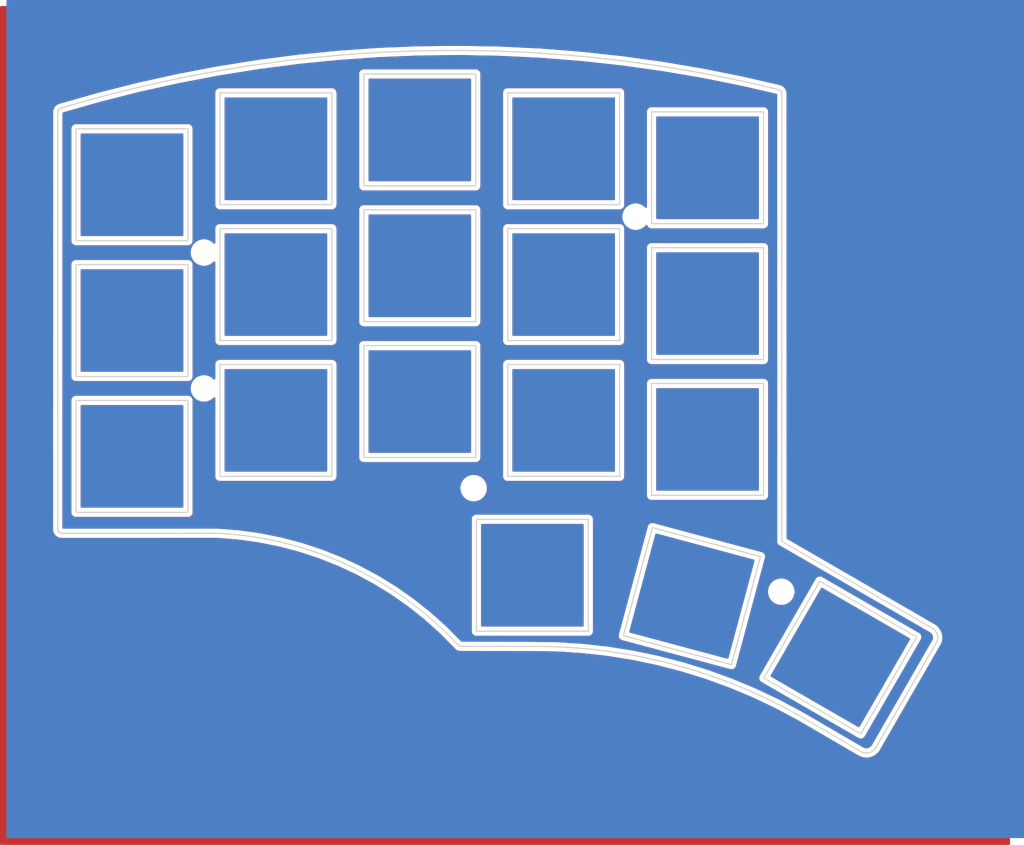
<source format=kicad_pcb>
(kicad_pcb (version 20171130) (host pcbnew 5.1.9)

  (general
    (thickness 1.6)
    (drawings 88)
    (tracks 0)
    (zones 0)
    (modules 5)
    (nets 1)
  )

  (page A4)
  (title_block
    (title "Corne Light")
    (date 2018-12-26)
    (rev 2.1)
    (company foostan)
  )

  (layers
    (0 F.Cu signal)
    (31 B.Cu signal)
    (32 B.Adhes user)
    (33 F.Adhes user)
    (34 B.Paste user)
    (35 F.Paste user)
    (36 B.SilkS user)
    (37 F.SilkS user)
    (38 B.Mask user)
    (39 F.Mask user)
    (40 Dwgs.User user)
    (41 Cmts.User user)
    (42 Eco1.User user)
    (43 Eco2.User user)
    (44 Edge.Cuts user)
    (45 Margin user)
    (46 B.CrtYd user)
    (47 F.CrtYd user)
    (48 B.Fab user)
    (49 F.Fab user)
  )

  (setup
    (last_trace_width 0.2)
    (user_trace_width 0.25)
    (user_trace_width 0.5)
    (trace_clearance 0.2)
    (zone_clearance 0.508)
    (zone_45_only no)
    (trace_min 0.2)
    (via_size 0.6)
    (via_drill 0.4)
    (via_min_size 0.4)
    (via_min_drill 0.3)
    (uvia_size 0.3)
    (uvia_drill 0.1)
    (uvias_allowed no)
    (uvia_min_size 0.2)
    (uvia_min_drill 0.1)
    (edge_width 0.15)
    (segment_width 0.15)
    (pcb_text_width 0.3)
    (pcb_text_size 1.5 1.5)
    (mod_edge_width 0.15)
    (mod_text_size 1 1)
    (mod_text_width 0.15)
    (pad_size 0.635 1.143)
    (pad_drill 0)
    (pad_to_mask_clearance 0.2)
    (aux_axis_origin 145.73 12.66)
    (visible_elements FFFFEFFF)
    (pcbplotparams
      (layerselection 0x010c0_ffffffff)
      (usegerberextensions true)
      (usegerberattributes false)
      (usegerberadvancedattributes false)
      (creategerberjobfile false)
      (excludeedgelayer true)
      (linewidth 0.150000)
      (plotframeref false)
      (viasonmask false)
      (mode 1)
      (useauxorigin false)
      (hpglpennumber 1)
      (hpglpenspeed 20)
      (hpglpendiameter 15.000000)
      (psnegative false)
      (psa4output false)
      (plotreference true)
      (plotvalue true)
      (plotinvisibletext false)
      (padsonsilk false)
      (subtractmaskfromsilk false)
      (outputformat 1)
      (mirror false)
      (drillshape 0)
      (scaleselection 1)
      (outputdirectory "gerber/plate"))
  )

  (net 0 "")

  (net_class Default "これは標準のネット クラスです。"
    (clearance 0.2)
    (trace_width 0.2)
    (via_dia 0.6)
    (via_drill 0.4)
    (uvia_dia 0.3)
    (uvia_drill 0.1)
  )

  (module kbd:thread_m2 (layer B.Cu) (tedit 5F8C61BB) (tstamp 60100388)
    (at 94.91 89.02 180)
    (descr "Mounting Hole 2.2mm, no annular, M2")
    (tags "mounting hole 2.2mm no annular m2")
    (attr virtual)
    (fp_text reference Ref** (at -0.95 0.55) (layer B.Fab) hide
      (effects (font (size 1 1) (thickness 0.15)) (justify mirror))
    )
    (fp_text value Val** (at 0 -0.55) (layer B.Fab) hide
      (effects (font (size 1 1) (thickness 0.15)) (justify mirror))
    )
    (pad "" np_thru_hole circle (at 0 0 180) (size 2.3 2.3) (drill 2.3) (layers *.Cu *.Mask))
  )

  (module kbd:thread_m2 (layer B.Cu) (tedit 5F8C61BB) (tstamp 60100388)
    (at 148.91 67.52 180)
    (descr "Mounting Hole 2.2mm, no annular, M2")
    (tags "mounting hole 2.2mm no annular m2")
    (attr virtual)
    (fp_text reference Ref** (at -0.95 0.55) (layer B.Fab) hide
      (effects (font (size 1 1) (thickness 0.15)) (justify mirror))
    )
    (fp_text value Val** (at 0 -0.55) (layer B.Fab) hide
      (effects (font (size 1 1) (thickness 0.15)) (justify mirror))
    )
    (pad "" np_thru_hole circle (at 0 0 180) (size 2.3 2.3) (drill 2.3) (layers *.Cu *.Mask))
  )

  (module kbd:thread_m2 (layer B.Cu) (tedit 5F8C61BB) (tstamp 60100388)
    (at 94.91 72.01 180)
    (descr "Mounting Hole 2.2mm, no annular, M2")
    (tags "mounting hole 2.2mm no annular m2")
    (attr virtual)
    (fp_text reference Ref** (at -0.95 0.55) (layer B.Fab) hide
      (effects (font (size 1 1) (thickness 0.15)) (justify mirror))
    )
    (fp_text value Val** (at 0 -0.55) (layer B.Fab) hide
      (effects (font (size 1 1) (thickness 0.15)) (justify mirror))
    )
    (pad "" np_thru_hole circle (at 0 0 180) (size 2.3 2.3) (drill 2.3) (layers *.Cu *.Mask))
  )

  (module kbd:thread_m2 (layer B.Cu) (tedit 5F8C61BB) (tstamp 6008191D)
    (at 128.65 101.5 180)
    (descr "Mounting Hole 2.2mm, no annular, M2")
    (tags "mounting hole 2.2mm no annular m2")
    (attr virtual)
    (fp_text reference Ref** (at -0.95 0.55) (layer B.Fab) hide
      (effects (font (size 1 1) (thickness 0.15)) (justify mirror))
    )
    (fp_text value Val** (at 0 -0.55) (layer B.Fab) hide
      (effects (font (size 1 1) (thickness 0.15)) (justify mirror))
    )
    (pad "" np_thru_hole circle (at 0 0 180) (size 2.3 2.3) (drill 2.3) (layers *.Cu *.Mask))
  )

  (module kbd:thread_m2 (layer B.Cu) (tedit 5F8C61BB) (tstamp 60080FA3)
    (at 167.13 114.46 180)
    (descr "Mounting Hole 2.2mm, no annular, M2")
    (tags "mounting hole 2.2mm no annular m2")
    (attr virtual)
    (fp_text reference Ref** (at -0.95 0.55) (layer B.Fab) hide
      (effects (font (size 1 1) (thickness 0.15)) (justify mirror))
    )
    (fp_text value Val** (at 0 -0.55) (layer B.Fab) hide
      (effects (font (size 1 1) (thickness 0.15)) (justify mirror))
    )
    (pad "" np_thru_hole circle (at 0 0 180) (size 2.3 2.3) (drill 2.3) (layers *.Cu *.Mask))
  )

  (gr_line (start 96.650048 107.14902) (end 77.11952 107.15402) (angle 90) (layer Edge.Cuts) (width 0.15) (tstamp 5F6F3FA0))
  (gr_arc (start 94.5 151.049746) (end 126.785001 121.223999) (angle -44.46358907) (layer Edge.Cuts) (width 0.15) (tstamp 600FF78B))
  (gr_line (start 110.91 86.02) (end 110.91 100.02) (layer Edge.Cuts) (width 0.15) (tstamp 600FE765))
  (gr_line (start 150.91 88.4) (end 164.91 88.4) (layer Edge.Cuts) (width 0.15) (tstamp 600FE764))
  (gr_line (start 78.91 90.52) (end 92.91 90.52) (layer Edge.Cuts) (width 0.15) (tstamp 600FE763))
  (gr_line (start 78.91 104.52) (end 92.91 104.52) (layer Edge.Cuts) (width 0.15) (tstamp 600FE762))
  (gr_line (start 96.91 100.02) (end 110.91 100.02) (layer Edge.Cuts) (width 0.15) (tstamp 600FE761))
  (gr_line (start 150.91 88.4) (end 150.91 102.4) (layer Edge.Cuts) (width 0.15) (tstamp 600FE760))
  (gr_line (start 78.91 90.52) (end 78.91 104.52) (layer Edge.Cuts) (width 0.15) (tstamp 600FE75F))
  (gr_line (start 92.91 90.52) (end 92.91 104.52) (layer Edge.Cuts) (width 0.15) (tstamp 600FE75E))
  (gr_line (start 150.91 102.4) (end 164.91 102.4) (layer Edge.Cuts) (width 0.15) (tstamp 600FE75D))
  (gr_line (start 114.91 83.66) (end 128.91 83.66) (layer Edge.Cuts) (width 0.15) (tstamp 600FE75C))
  (gr_line (start 132.91 86.02) (end 132.91 100.02) (layer Edge.Cuts) (width 0.15) (tstamp 600FE75B))
  (gr_line (start 96.91 86.02) (end 96.91 100.02) (layer Edge.Cuts) (width 0.15) (tstamp 600FE75A))
  (gr_line (start 128.91 83.66) (end 128.91 97.66) (layer Edge.Cuts) (width 0.15) (tstamp 600FE759))
  (gr_line (start 146.91 86.02) (end 146.91 100.02) (layer Edge.Cuts) (width 0.15) (tstamp 600FE758))
  (gr_line (start 114.91 97.66) (end 128.91 97.66) (layer Edge.Cuts) (width 0.15) (tstamp 600FE757))
  (gr_line (start 114.91 83.66) (end 114.91 97.66) (layer Edge.Cuts) (width 0.15) (tstamp 600FE756))
  (gr_line (start 96.91 86.02) (end 110.91 86.02) (layer Edge.Cuts) (width 0.15) (tstamp 600FE755))
  (gr_line (start 132.91 100.02) (end 146.91 100.02) (layer Edge.Cuts) (width 0.15) (tstamp 600FE754))
  (gr_line (start 132.91 86.02) (end 146.91 86.02) (layer Edge.Cuts) (width 0.15) (tstamp 600FE753))
  (gr_line (start 164.91 88.4) (end 164.91 102.4) (layer Edge.Cuts) (width 0.15) (tstamp 600FE752))
  (gr_line (start 110.91 69.02) (end 110.91 83.02) (layer Edge.Cuts) (width 0.15) (tstamp 600FE765))
  (gr_line (start 150.91 71.4) (end 164.91 71.4) (layer Edge.Cuts) (width 0.15) (tstamp 600FE764))
  (gr_line (start 78.91 73.52) (end 92.91 73.52) (layer Edge.Cuts) (width 0.15) (tstamp 600FE763))
  (gr_line (start 78.91 87.52) (end 92.91 87.52) (layer Edge.Cuts) (width 0.15) (tstamp 600FE762))
  (gr_line (start 96.91 83.02) (end 110.91 83.02) (layer Edge.Cuts) (width 0.15) (tstamp 600FE761))
  (gr_line (start 150.91 71.4) (end 150.91 85.4) (layer Edge.Cuts) (width 0.15) (tstamp 600FE760))
  (gr_line (start 78.91 73.52) (end 78.91 87.52) (layer Edge.Cuts) (width 0.15) (tstamp 600FE75F))
  (gr_line (start 92.91 73.52) (end 92.91 87.52) (layer Edge.Cuts) (width 0.15) (tstamp 600FE75E))
  (gr_line (start 150.91 85.4) (end 164.91 85.4) (layer Edge.Cuts) (width 0.15) (tstamp 600FE75D))
  (gr_line (start 114.91 66.66) (end 128.91 66.66) (layer Edge.Cuts) (width 0.15) (tstamp 600FE75C))
  (gr_line (start 132.91 69.02) (end 132.91 83.02) (layer Edge.Cuts) (width 0.15) (tstamp 600FE75B))
  (gr_line (start 96.91 69.02) (end 96.91 83.02) (layer Edge.Cuts) (width 0.15) (tstamp 600FE75A))
  (gr_line (start 128.91 66.66) (end 128.91 80.66) (layer Edge.Cuts) (width 0.15) (tstamp 600FE759))
  (gr_line (start 146.91 69.02) (end 146.91 83.02) (layer Edge.Cuts) (width 0.15) (tstamp 600FE758))
  (gr_line (start 114.91 80.66) (end 128.91 80.66) (layer Edge.Cuts) (width 0.15) (tstamp 600FE757))
  (gr_line (start 114.91 66.66) (end 114.91 80.66) (layer Edge.Cuts) (width 0.15) (tstamp 600FE756))
  (gr_line (start 96.91 69.02) (end 110.91 69.02) (layer Edge.Cuts) (width 0.15) (tstamp 600FE755))
  (gr_line (start 132.91 83.02) (end 146.91 83.02) (layer Edge.Cuts) (width 0.15) (tstamp 600FE754))
  (gr_line (start 132.91 69.02) (end 146.91 69.02) (layer Edge.Cuts) (width 0.15) (tstamp 600FE753))
  (gr_line (start 164.91 71.4) (end 164.91 85.4) (layer Edge.Cuts) (width 0.15) (tstamp 600FE752))
  (gr_line (start 142.99 105.4) (end 142.99 119.4) (layer Edge.Cuts) (width 0.15) (tstamp 600FE6D5))
  (gr_line (start 150.91 54.4) (end 164.91 54.4) (layer Edge.Cuts) (width 0.15) (tstamp 600FE6D4))
  (gr_line (start 150.91 68.4) (end 164.91 68.4) (layer Edge.Cuts) (width 0.15) (tstamp 600FE6D3))
  (gr_line (start 128.99 119.4) (end 142.99 119.4) (layer Edge.Cuts) (width 0.15) (tstamp 600FE6D2))
  (gr_line (start 150.91 54.4) (end 150.91 68.4) (layer Edge.Cuts) (width 0.15) (tstamp 600FE6D1))
  (gr_line (start 164.91 54.4) (end 164.91 68.4) (layer Edge.Cuts) (width 0.15) (tstamp 600FE6D0))
  (gr_line (start 151.000572 106.442657) (end 164.523533 110.066124) (layer Edge.Cuts) (width 0.15) (tstamp 600FE6CF))
  (gr_line (start 171.952822 113.133994) (end 164.952822 125.25835) (layer Edge.Cuts) (width 0.15) (tstamp 600FE6CE))
  (gr_line (start 128.99 105.4) (end 128.99 119.4) (layer Edge.Cuts) (width 0.15) (tstamp 600FE6CD))
  (gr_line (start 164.523533 110.066124) (end 160.900067 123.589085) (layer Edge.Cuts) (width 0.15) (tstamp 600FE6CC))
  (gr_line (start 184.077178 120.133994) (end 177.077178 132.25835) (layer Edge.Cuts) (width 0.15) (tstamp 600FE6CB))
  (gr_line (start 147.377105 119.965618) (end 160.900067 123.589085) (layer Edge.Cuts) (width 0.15) (tstamp 600FE6CA))
  (gr_line (start 151.000572 106.442657) (end 147.377105 119.965618) (layer Edge.Cuts) (width 0.15) (tstamp 600FE6C9))
  (gr_line (start 128.99 105.4) (end 142.99 105.4) (layer Edge.Cuts) (width 0.15) (tstamp 600FE6C8))
  (gr_line (start 164.952822 125.25835) (end 177.077178 132.25835) (layer Edge.Cuts) (width 0.15) (tstamp 600FE6C7))
  (gr_line (start 171.952822 113.133994) (end 184.077178 120.133994) (layer Edge.Cuts) (width 0.15) (tstamp 600FE6C6))
  (gr_line (start 132.91 52.02) (end 146.91 52.02) (layer Edge.Cuts) (width 0.15) (tstamp 600FE6B9))
  (gr_line (start 132.91 66.02) (end 146.91 66.02) (layer Edge.Cuts) (width 0.15) (tstamp 600FE6B8))
  (gr_line (start 132.91 52.02) (end 132.91 66.02) (layer Edge.Cuts) (width 0.15) (tstamp 600FE6B7))
  (gr_line (start 146.91 52.02) (end 146.91 66.02) (layer Edge.Cuts) (width 0.15) (tstamp 600FE6B6))
  (gr_line (start 114.91 49.66) (end 128.91 49.66) (layer Edge.Cuts) (width 0.15) (tstamp 600FE6B9))
  (gr_line (start 114.91 63.66) (end 128.91 63.66) (layer Edge.Cuts) (width 0.15) (tstamp 600FE6B8))
  (gr_line (start 114.91 49.66) (end 114.91 63.66) (layer Edge.Cuts) (width 0.15) (tstamp 600FE6B7))
  (gr_line (start 128.91 49.66) (end 128.91 63.66) (layer Edge.Cuts) (width 0.15) (tstamp 600FE6B6))
  (gr_line (start 96.91 52.02) (end 110.91 52.02) (layer Edge.Cuts) (width 0.15) (tstamp 600FE6B9))
  (gr_line (start 96.91 66.02) (end 110.91 66.02) (layer Edge.Cuts) (width 0.15) (tstamp 600FE6B8))
  (gr_line (start 96.91 52.02) (end 96.91 66.02) (layer Edge.Cuts) (width 0.15) (tstamp 600FE6B7))
  (gr_line (start 110.91 52.02) (end 110.91 66.02) (layer Edge.Cuts) (width 0.15) (tstamp 600FE6B6))
  (gr_line (start 92.91 56.52) (end 92.91 70.52) (layer Edge.Cuts) (width 0.15) (tstamp 600FE64E))
  (gr_line (start 78.91 56.52) (end 78.91 70.52) (layer Edge.Cuts) (width 0.15))
  (gr_line (start 78.91 70.52) (end 92.91 70.52) (layer Edge.Cuts) (width 0.15) (tstamp 600FE61A))
  (gr_line (start 78.91 56.52) (end 92.91 56.52) (layer Edge.Cuts) (width 0.15))
  (gr_line (start 167.19478 52) (end 167.2 108.15) (layer Edge.Cuts) (width 0.15) (tstamp 600FE517))
  (gr_arc (start 185.30902 120.235001) (end 186.65 120.61) (angle -70.8) (layer Edge.Cuts) (width 0.15) (tstamp 600FE4A2))
  (gr_line (start 167.2 108.15) (end 186.103228 119.091286) (layer Edge.Cuts) (width 0.15) (tstamp 600FE43B))
  (gr_arc (start 136.39596 188.447186) (end 170.149708 130.41062) (angle -30.51996119) (layer Edge.Cuts) (width 0.15))
  (gr_arc (start 126.180099 217.519979) (end 166.83 51.618935) (angle -30.50195231) (layer Edge.Cuts) (width 0.15))
  (gr_arc (start 127.05 120.8) (end 127.05 121.3) (angle 32.00538321) (layer Edge.Cuts) (width 0.15) (tstamp 600F3A6C))
  (gr_line (start 76.61952 106.65402) (end 76.625382 54.434024) (layer Edge.Cuts) (width 0.15) (tstamp 600F3901))
  (gr_arc (start 77.11952 106.65402) (end 77.11952 107.15402) (angle 90) (layer Edge.Cuts) (width 0.15) (tstamp 60080D29))
  (gr_arc (start 77.125382 54.434024) (end 76.625382 54.434024) (angle 75.47731696) (layer Edge.Cuts) (width 0.15) (tstamp 60080D2C))
  (gr_arc (start 166.71 52.098935) (end 166.83 51.618935) (angle 64.42910114) (layer Edge.Cuts) (width 0.15) (tstamp 5F6FB199))
  (gr_line (start 127.05 121.3) (end 136 121.31) (layer Edge.Cuts) (width 0.15) (tstamp 5F6F3F9E))
  (gr_line (start 170.149708 130.41062) (end 177 134.41) (layer Edge.Cuts) (width 0.15) (tstamp 5F6F3F9D))
  (gr_line (start 178.914373 134.050537) (end 186.65 120.61) (layer Edge.Cuts) (width 0.15) (tstamp 5F6F3F9C))
  (gr_arc (start 177.774999 133.260001) (end 177 134.41) (angle -89.22232554) (layer Edge.Cuts) (width 0.15) (tstamp 5F6F3F9A))

  (zone (net 0) (net_name "") (layer F.Cu) (tstamp 60100688) (hatch edge 0.508)
    (connect_pads (clearance 0.508))
    (min_thickness 0.254)
    (fill yes (arc_segments 32) (thermal_gap 0.508) (thermal_bridge_width 0.508))
    (polygon
      (pts
        (xy 195.75 146.15) (xy 69.4 146.15) (xy 69.4 41.15) (xy 195.75 41.15)
      )
    )
    (filled_polygon
      (pts
        (xy 195.623 146.023) (xy 69.527 146.023) (xy 69.527 106.688817) (xy 75.909517 106.688817) (xy 75.912475 106.718884)
        (xy 75.912454 106.721859) (xy 75.913421 106.731725) (xy 75.918371 106.778824) (xy 75.919778 106.793125) (xy 75.919925 106.793611)
        (xy 75.923621 106.828774) (xy 75.936565 106.891831) (xy 75.948619 106.955021) (xy 75.951484 106.964511) (xy 75.98034 107.05773)
        (xy 76.005272 107.117041) (xy 76.029385 107.176722) (xy 76.034039 107.185474) (xy 76.080452 107.271312) (xy 76.116418 107.324632)
        (xy 76.151672 107.378506) (xy 76.157937 107.386188) (xy 76.220139 107.461377) (xy 76.265789 107.506709) (xy 76.310819 107.552693)
        (xy 76.318458 107.559012) (xy 76.394079 107.620688) (xy 76.447667 107.656292) (xy 76.500782 107.692661) (xy 76.509503 107.697376)
        (xy 76.595664 107.743188) (xy 76.655132 107.767699) (xy 76.7143 107.793058) (xy 76.723769 107.795989) (xy 76.817187 107.824194)
        (xy 76.880307 107.836692) (xy 76.943263 107.850074) (xy 76.953122 107.85111) (xy 77.050239 107.860632) (xy 77.050252 107.860632)
        (xy 77.084825 107.864028) (xy 96.622213 107.859027) (xy 99.173104 108.059958) (xy 101.714439 108.412771) (xy 104.230386 108.915682)
        (xy 106.712083 109.56692) (xy 109.150774 110.364188) (xy 111.537913 111.304692) (xy 113.86505 112.385102) (xy 116.124021 113.601629)
        (xy 118.306874 114.949989) (xy 120.405915 116.425429) (xy 122.413749 118.022752) (xy 124.323332 119.736351) (xy 126.134772 121.567107)
        (xy 126.264596 121.706989) (xy 126.294157 121.737002) (xy 126.325445 121.765209) (xy 126.334401 121.772368) (xy 126.336233 121.774187)
        (xy 126.338866 121.775937) (xy 126.358351 121.791511) (xy 126.392759 121.815815) (xy 126.428548 121.838036) (xy 126.448944 121.84908)
        (xy 126.451645 121.850875) (xy 126.46043 121.855468) (xy 126.534894 121.893742) (xy 126.590117 121.915609) (xy 126.64478 121.939038)
        (xy 126.654249 121.941969) (xy 126.747667 121.970174) (xy 126.810787 121.982672) (xy 126.873743 121.996054) (xy 126.883602 121.99709)
        (xy 126.980719 122.006612) (xy 127.01433 122.00996) (xy 135.993315 122.019992) (xy 139.133767 122.075472) (xy 142.257242 122.27812)
        (xy 145.367756 122.627684) (xy 148.458311 123.12338) (xy 151.52209 123.764111) (xy 154.552287 124.548455) (xy 157.542156 125.474665)
        (xy 160.48511 126.540702) (xy 163.37455 127.744174) (xy 166.204128 129.082439) (xy 168.972607 130.555216) (xy 169.794493 131.025381)
        (xy 176.672145 135.040736) (xy 176.68181 135.045172) (xy 176.890218 135.158636) (xy 176.948385 135.183285) (xy 177.00614 135.208944)
        (xy 177.015571 135.212) (xy 177.273617 135.29363) (xy 177.336546 135.306953) (xy 177.399335 135.321166) (xy 177.409179 135.322331)
        (xy 177.678166 135.352285) (xy 177.74246 135.353131) (xy 177.806839 135.354878) (xy 177.816722 135.354109) (xy 178.086404 135.331246)
        (xy 178.149643 135.319587) (xy 178.213129 135.308797) (xy 178.222675 135.306123) (xy 178.48278 135.231314) (xy 178.542562 135.207589)
        (xy 178.60273 135.184679) (xy 178.611575 135.180202) (xy 178.852196 135.056297) (xy 178.906256 135.021396) (xy 178.960806 134.987249)
        (xy 178.968613 134.98114) (xy 179.180585 134.812856) (xy 179.226813 134.768143) (xy 179.273714 134.724029) (xy 179.28018 134.716525)
        (xy 179.280185 134.71652) (xy 179.280189 134.716515) (xy 179.429559 134.54072) (xy 179.451399 134.520209) (xy 179.512334 134.434931)
        (xy 187.282756 120.933939) (xy 187.325883 120.838411) (xy 187.340573 120.77502) (xy 187.360337 120.694698) (xy 187.366188 120.654213)
        (xy 187.375265 120.614335) (xy 187.376443 120.604492) (xy 187.406846 120.334444) (xy 187.407771 120.270108) (xy 187.409594 120.205774)
        (xy 187.408837 120.195889) (xy 187.386208 119.925079) (xy 187.374624 119.861815) (xy 187.363912 119.798326) (xy 187.36125 119.788777)
        (xy 187.286451 119.52752) (xy 187.262785 119.467676) (xy 187.239959 119.407511) (xy 187.235492 119.398661) (xy 187.111372 119.156908)
        (xy 187.076548 119.102823) (xy 187.042458 119.048218) (xy 187.036358 119.040404) (xy 186.867646 118.827363) (xy 186.822965 118.781057)
        (xy 186.778931 118.734127) (xy 186.771429 118.727646) (xy 186.593694 118.576255) (xy 186.574213 118.55541) (xy 186.489083 118.494267)
        (xy 167.909962 107.740577) (xy 167.904776 51.965057) (xy 167.894494 51.860751) (xy 167.876231 51.800567) (xy 167.858387 51.737294)
        (xy 167.838078 51.685336) (xy 167.819753 51.632606) (xy 167.815537 51.623634) (xy 167.773869 51.536524) (xy 167.740568 51.481458)
        (xy 167.708036 51.425929) (xy 167.702166 51.417956) (xy 167.702163 51.417952) (xy 167.702158 51.417946) (xy 167.644363 51.340589)
        (xy 167.601011 51.293053) (xy 167.558314 51.2449) (xy 167.550997 51.238211) (xy 167.550991 51.238205) (xy 167.550987 51.238202)
        (xy 167.479278 51.173551) (xy 167.427515 51.135337) (xy 167.376268 51.096388) (xy 167.367792 51.091248) (xy 167.28488 51.041752)
        (xy 167.226708 51.014334) (xy 167.168857 50.986072) (xy 167.159543 50.982676) (xy 167.068596 50.950226) (xy 167.068497 50.950201)
        (xy 167.067782 50.949935) (xy 167.04783 50.943176) (xy 167.027687 50.937011) (xy 167.007371 50.931447) (xy 166.989313 50.92704)
        (xy 162.335546 49.855483) (xy 162.334614 49.855283) (xy 162.333722 49.855066) (xy 162.315545 49.851181) (xy 162.315014 49.851075)
        (xy 162.31495 49.851061) (xy 162.314893 49.85105) (xy 157.346253 48.856802) (xy 157.345067 48.856583) (xy 157.343822 48.856319)
        (xy 157.325636 48.852993) (xy 157.325538 48.852975) (xy 157.325527 48.852973) (xy 152.328932 48.006454) (xy 152.327718 48.006267)
        (xy 152.326488 48.006044) (xy 152.308112 48.003244) (xy 147.288593 47.305326) (xy 147.287363 47.305174) (xy 147.286138 47.304989)
        (xy 147.268237 47.302802) (xy 147.267688 47.302734) (xy 147.267621 47.302728) (xy 142.229673 46.754035) (xy 142.228441 46.753919)
        (xy 142.22721 46.753771) (xy 142.209252 46.752116) (xy 142.2087 46.752064) (xy 142.208633 46.75206) (xy 137.156625 46.353065)
        (xy 137.155394 46.352986) (xy 137.154154 46.352874) (xy 137.135638 46.35172) (xy 137.135603 46.351718) (xy 137.1356 46.351718)
        (xy 132.073914 46.10277) (xy 132.072696 46.102728) (xy 132.071439 46.102652) (xy 132.053407 46.102066) (xy 132.052861 46.102047)
        (xy 132.052794 46.102047) (xy 126.986015 46.003371) (xy 126.984813 46.003365) (xy 126.983538 46.003326) (xy 126.965491 46.003275)
        (xy 126.96495 46.003272) (xy 126.964883 46.003274) (xy 121.897407 46.054953) (xy 121.896188 46.054983) (xy 121.894929 46.054982)
        (xy 121.876348 46.05548) (xy 116.812569 46.257473) (xy 116.811334 46.257541) (xy 116.810093 46.257576) (xy 116.792089 46.258594)
        (xy 116.791535 46.258624) (xy 116.791468 46.25863) (xy 111.735976 46.610752) (xy 111.73476 46.610855) (xy 111.733504 46.610928)
        (xy 111.714986 46.612527) (xy 106.672098 47.114479) (xy 106.670855 47.114621) (xy 106.669633 47.114729) (xy 106.65117 47.116876)
        (xy 101.625394 47.76821) (xy 101.624159 47.768389) (xy 101.622937 47.768533) (xy 101.604546 47.771227) (xy 96.600304 48.57137)
        (xy 96.599064 48.571587) (xy 96.597858 48.571766) (xy 96.580196 48.574892) (xy 96.579554 48.575004) (xy 96.579477 48.57502)
        (xy 91.601252 49.523253) (xy 91.600066 49.523497) (xy 91.598819 49.52372) (xy 91.581143 49.527392) (xy 91.58062 49.5275)
        (xy 91.580556 49.527515) (xy 86.63264 50.62302) (xy 86.63146 50.6233) (xy 86.630222 50.623559) (xy 86.612268 50.627848)
        (xy 86.612142 50.627878) (xy 86.612126 50.627882) (xy 81.69884 51.869702) (xy 81.697661 51.870019) (xy 81.696438 51.870313)
        (xy 81.679007 51.875029) (xy 81.678496 51.875166) (xy 81.678434 51.875185) (xy 76.804197 53.262203) (xy 76.784024 53.268268)
        (xy 76.764039 53.27493) (xy 76.744261 53.282181) (xy 76.724707 53.290015) (xy 76.705394 53.298428) (xy 76.686339 53.307408)
        (xy 76.667559 53.31695) (xy 76.666577 53.317486) (xy 76.654011 53.323149) (xy 76.60268 53.343889) (xy 76.593927 53.348543)
        (xy 76.50809 53.394956) (xy 76.45477 53.430922) (xy 76.400896 53.466176) (xy 76.393214 53.472442) (xy 76.318025 53.534643)
        (xy 76.272693 53.580293) (xy 76.226709 53.625323) (xy 76.22039 53.632962) (xy 76.158714 53.708583) (xy 76.12311 53.762171)
        (xy 76.086741 53.815286) (xy 76.082026 53.824007) (xy 76.036214 53.910168) (xy 76.011703 53.969636) (xy 75.986344 54.028804)
        (xy 75.983413 54.038273) (xy 75.955208 54.131691) (xy 75.94271 54.194811) (xy 75.929328 54.257767) (xy 75.928292 54.267626)
        (xy 75.91877 54.364743) (xy 75.91877 54.364749) (xy 75.915386 54.399068) (xy 75.909517 106.688817) (xy 69.527 106.688817)
        (xy 69.527 41.277) (xy 195.623 41.277)
      )
    )
    (filled_polygon
      (pts
        (xy 132.014659 47.521572) (xy 137.055333 47.769487) (xy 142.086401 48.166828) (xy 147.103465 48.713246) (xy 152.102115 49.408262)
        (xy 157.077973 50.251268) (xy 162.026867 51.241565) (xy 166.484805 52.268031) (xy 166.49 108.138021) (xy 166.488042 108.195884)
        (xy 166.495665 108.242372) (xy 166.500286 108.289248) (xy 166.506957 108.311231) (xy 166.510674 108.333899) (xy 166.52722 108.378007)
        (xy 166.540898 108.423081) (xy 166.551727 108.443336) (xy 166.559796 108.464846) (xy 166.584629 108.504878) (xy 166.606837 108.546417)
        (xy 166.621411 108.564172) (xy 166.633521 108.583694) (xy 166.665687 108.618113) (xy 166.695572 108.654521) (xy 166.713327 108.669089)
        (xy 166.729015 108.685876) (xy 166.767285 108.713363) (xy 166.803693 108.743236) (xy 166.854732 108.770511) (xy 185.692383 119.673841)
        (xy 185.797661 119.763514) (xy 185.879934 119.867404) (xy 185.940461 119.985296) (xy 185.976937 120.112698) (xy 185.987972 120.244755)
        (xy 185.975072 120.359333) (xy 178.331345 133.640197) (xy 178.243144 133.744001) (xy 178.140217 133.825714) (xy 178.023378 133.885879)
        (xy 177.897083 133.922203) (xy 177.766135 133.933304) (xy 177.635528 133.91876) (xy 177.509099 133.878766) (xy 177.34882 133.791504)
        (xy 170.477562 129.779884) (xy 170.474712 129.778576) (xy 169.668268 129.317243) (xy 169.667459 129.316805) (xy 169.649174 129.306707)
        (xy 166.856259 127.820931) (xy 166.851298 127.81844) (xy 166.846373 127.81577) (xy 166.826362 127.805918) (xy 163.966557 126.453356)
        (xy 163.96146 126.451091) (xy 163.956438 126.448667) (xy 163.935985 126.439769) (xy 161.21152 125.30501) (xy 164.240915 125.30501)
        (xy 164.263697 125.443) (xy 164.312962 125.573894) (xy 164.386816 125.692661) (xy 164.482422 125.794739) (xy 164.596105 125.876202)
        (xy 164.628025 125.890665) (xy 176.691979 132.855792) (xy 176.720461 132.876202) (xy 176.752377 132.890663) (xy 176.752382 132.890666)
        (xy 176.847851 132.933923) (xy 176.984056 132.965681) (xy 177.123838 132.970257) (xy 177.261828 132.947475) (xy 177.392722 132.89821)
        (xy 177.511489 132.824356) (xy 177.613567 132.72875) (xy 177.674617 132.643554) (xy 177.674618 132.643552) (xy 177.69503 132.615067)
        (xy 177.709493 132.583147) (xy 184.67462 120.519193) (xy 184.69503 120.490711) (xy 184.709491 120.458795) (xy 184.709494 120.45879)
        (xy 184.752751 120.363321) (xy 184.784509 120.227116) (xy 184.789085 120.087334) (xy 184.782649 120.048351) (xy 184.766303 119.949343)
        (xy 184.717038 119.818449) (xy 184.662963 119.73149) (xy 184.643184 119.699683) (xy 184.609383 119.663594) (xy 184.547578 119.597604)
        (xy 184.462382 119.536554) (xy 184.462373 119.536549) (xy 184.433895 119.516142) (xy 184.401983 119.501683) (xy 172.338025 112.536555)
        (xy 172.309539 112.516142) (xy 172.182148 112.458421) (xy 172.045943 112.426663) (xy 171.99044 112.424846) (xy 171.906162 112.422087)
        (xy 171.906161 112.422087) (xy 171.768171 112.444869) (xy 171.637277 112.494134) (xy 171.563423 112.54006) (xy 171.518511 112.567988)
        (xy 171.51851 112.567989) (xy 171.416432 112.663594) (xy 171.355382 112.74879) (xy 171.355377 112.748799) (xy 171.33497 112.777277)
        (xy 171.320511 112.809189) (xy 164.355383 124.873147) (xy 164.33497 124.901633) (xy 164.320506 124.933554) (xy 164.320506 124.933555)
        (xy 164.277249 125.029024) (xy 164.245491 125.165229) (xy 164.240915 125.30501) (xy 161.21152 125.30501) (xy 161.01564 125.223425)
        (xy 161.010444 125.221403) (xy 161.005312 125.219218) (xy 160.98453 125.21132) (xy 160.984462 125.211293) (xy 160.984438 125.211285)
        (xy 158.010062 124.133865) (xy 158.004761 124.132085) (xy 157.999548 124.13015) (xy 157.978462 124.123253) (xy 157.978348 124.123215)
        (xy 157.978309 124.123204) (xy 154.956496 123.187098) (xy 154.951148 123.185578) (xy 154.945818 123.183881) (xy 154.924399 123.177977)
        (xy 154.924314 123.177953) (xy 154.924284 123.177946) (xy 151.86172 122.385224) (xy 151.856291 122.383954) (xy 151.850902 122.382514)
        (xy 151.829236 122.377627) (xy 151.829143 122.377605) (xy 151.829111 122.377599) (xy 148.732607 121.730024) (xy 148.727144 121.729015)
        (xy 148.721673 121.727826) (xy 148.699708 121.723949) (xy 145.576102 121.222952) (xy 145.570582 121.2222) (xy 145.565077 121.221272)
        (xy 145.543078 121.21845) (xy 145.542954 121.218433) (xy 145.542912 121.218429) (xy 142.399217 120.865135) (xy 142.393645 120.864641)
        (xy 142.388125 120.863977) (xy 142.366018 120.862194) (xy 142.365892 120.862183) (xy 142.36585 120.862181) (xy 139.209001 120.657368)
        (xy 139.203444 120.657139) (xy 139.197868 120.656733) (xy 139.175575 120.655989) (xy 136.041523 120.600623) (xy 136.03567 120.60004)
        (xy 127.165221 120.590129) (xy 127.160429 120.585263) (xy 127.152147 120.576412) (xy 125.317916 118.722623) (xy 125.317023 118.721772)
        (xy 125.316169 118.720863) (xy 125.287411 118.693569) (xy 123.346466 116.951825) (xy 123.345514 116.95102) (xy 123.344619 116.950174)
        (xy 123.314293 116.924633) (xy 121.273468 115.301064) (xy 121.272473 115.30032) (xy 121.271525 115.299524) (xy 121.239737 115.275827)
        (xy 119.106216 113.776151) (xy 119.105194 113.775477) (xy 119.104187 113.774729) (xy 119.07105 113.752959) (xy 116.852344 112.382453)
        (xy 116.851272 112.381834) (xy 116.850233 112.381154) (xy 116.815863 112.361387) (xy 114.519783 111.124878) (xy 114.518685 111.124328)
        (xy 114.517599 111.123706) (xy 114.482118 111.106013) (xy 112.116745 110.007852) (xy 112.115608 110.007365) (xy 112.114495 110.006812)
        (xy 112.078027 109.991254) (xy 109.651691 109.035307) (xy 109.650529 109.034889) (xy 109.649383 109.034402) (xy 109.612056 109.021034)
        (xy 107.133297 108.210668) (xy 107.132124 108.210323) (xy 107.13094 108.209901) (xy 107.092886 108.198771) (xy 104.57043 107.536837)
        (xy 104.569221 107.536558) (xy 104.568031 107.536212) (xy 104.529384 107.527358) (xy 101.972112 107.016187) (xy 101.970898 107.015982)
        (xy 101.969681 107.015705) (xy 101.930577 107.009159) (xy 99.347489 106.650549) (xy 99.346264 106.650416) (xy 99.345033 106.650212)
        (xy 99.305609 106.645996) (xy 96.712562 106.441745) (xy 96.684743 106.439012) (xy 77.329543 106.443966) (xy 77.32966 105.4)
        (xy 128.276565 105.4) (xy 128.28 105.434877) (xy 128.280001 119.365113) (xy 128.276565 119.4) (xy 128.290273 119.539184)
        (xy 128.330872 119.67302) (xy 128.3968 119.796363) (xy 128.485525 119.904475) (xy 128.593637 119.9932) (xy 128.71698 120.059128)
        (xy 128.850816 120.099727) (xy 128.955123 120.11) (xy 128.99 120.113435) (xy 129.024877 120.11) (xy 142.955123 120.11)
        (xy 142.99 120.113435) (xy 143.024877 120.11) (xy 143.129184 120.099727) (xy 143.26302 120.059128) (xy 143.386363 119.9932)
        (xy 143.476828 119.918957) (xy 146.665198 119.918957) (xy 146.669774 120.05874) (xy 146.701532 120.194943) (xy 146.759252 120.322335)
        (xy 146.840717 120.436018) (xy 146.942794 120.531623) (xy 147.061561 120.605478) (xy 147.147253 120.63773) (xy 147.192455 120.654743)
        (xy 147.227032 120.660452) (xy 160.682621 124.265866) (xy 160.715417 124.27821) (xy 160.749991 124.283918) (xy 160.749994 124.283919)
        (xy 160.853406 124.300992) (xy 160.993189 124.296416) (xy 161.129393 124.264658) (xy 161.256785 124.206938) (xy 161.370468 124.125473)
        (xy 161.466073 124.023397) (xy 161.539928 123.904629) (xy 161.589192 123.773735) (xy 161.594901 123.739155) (xy 164.128351 114.284193)
        (xy 165.345 114.284193) (xy 165.345 114.635807) (xy 165.413596 114.980665) (xy 165.548153 115.305515) (xy 165.7435 115.597871)
        (xy 165.992129 115.8465) (xy 166.284485 116.041847) (xy 166.609335 116.176404) (xy 166.954193 116.245) (xy 167.305807 116.245)
        (xy 167.650665 116.176404) (xy 167.975515 116.041847) (xy 168.267871 115.8465) (xy 168.5165 115.597871) (xy 168.711847 115.305515)
        (xy 168.846404 114.980665) (xy 168.915 114.635807) (xy 168.915 114.284193) (xy 168.846404 113.939335) (xy 168.711847 113.614485)
        (xy 168.5165 113.322129) (xy 168.267871 113.0735) (xy 167.975515 112.878153) (xy 167.650665 112.743596) (xy 167.305807 112.675)
        (xy 166.954193 112.675) (xy 166.609335 112.743596) (xy 166.284485 112.878153) (xy 165.992129 113.0735) (xy 165.7435 113.322129)
        (xy 165.548153 113.614485) (xy 165.413596 113.939335) (xy 165.345 114.284193) (xy 164.128351 114.284193) (xy 165.200315 110.28357)
        (xy 165.212658 110.250774) (xy 165.235441 110.112785) (xy 165.230864 109.973001) (xy 165.199106 109.836798) (xy 165.141386 109.709406)
        (xy 165.059922 109.595723) (xy 164.957845 109.500118) (xy 164.839077 109.426263) (xy 164.740983 109.389343) (xy 164.740973 109.38934)
        (xy 164.708183 109.376999) (xy 164.673615 109.371292) (xy 151.218023 105.765877) (xy 151.185222 105.753532) (xy 151.047233 105.730749)
        (xy 150.907449 105.735326) (xy 150.771246 105.767084) (xy 150.643854 105.824804) (xy 150.530171 105.906268) (xy 150.434566 106.008345)
        (xy 150.360711 106.127113) (xy 150.323791 106.225207) (xy 150.323788 106.225217) (xy 150.311447 106.258007) (xy 150.30574 106.292575)
        (xy 146.700324 119.74817) (xy 146.68798 119.780968) (xy 146.682271 119.815544) (xy 146.682271 119.815546) (xy 146.666872 119.908819)
        (xy 146.665198 119.918957) (xy 143.476828 119.918957) (xy 143.494475 119.904475) (xy 143.5832 119.796363) (xy 143.649128 119.67302)
        (xy 143.689727 119.539184) (xy 143.703435 119.4) (xy 143.7 119.365123) (xy 143.7 105.434877) (xy 143.703435 105.4)
        (xy 143.689727 105.260816) (xy 143.649128 105.12698) (xy 143.5832 105.003637) (xy 143.494475 104.895525) (xy 143.386363 104.8068)
        (xy 143.26302 104.740872) (xy 143.129184 104.700273) (xy 143.024877 104.69) (xy 142.99 104.686565) (xy 142.955123 104.69)
        (xy 129.024877 104.69) (xy 128.99 104.686565) (xy 128.955123 104.69) (xy 128.850816 104.700273) (xy 128.71698 104.740872)
        (xy 128.593637 104.8068) (xy 128.485525 104.895525) (xy 128.3968 105.003637) (xy 128.330872 105.12698) (xy 128.290273 105.260816)
        (xy 128.276565 105.4) (xy 77.32966 105.4) (xy 77.333238 73.52) (xy 78.196565 73.52) (xy 78.2 73.554877)
        (xy 78.200001 87.485113) (xy 78.196565 87.52) (xy 78.210273 87.659184) (xy 78.250872 87.79302) (xy 78.3168 87.916363)
        (xy 78.405525 88.024475) (xy 78.513637 88.1132) (xy 78.63698 88.179128) (xy 78.770816 88.219727) (xy 78.875123 88.23)
        (xy 78.91 88.233435) (xy 78.944877 88.23) (xy 92.875123 88.23) (xy 92.91 88.233435) (xy 92.944877 88.23)
        (xy 93.049184 88.219727) (xy 93.18302 88.179128) (xy 93.306363 88.1132) (xy 93.414475 88.024475) (xy 93.489345 87.933246)
        (xy 93.328153 88.174485) (xy 93.193596 88.499335) (xy 93.125 88.844193) (xy 93.125 89.195807) (xy 93.193596 89.540665)
        (xy 93.328153 89.865515) (xy 93.489345 90.106754) (xy 93.414475 90.015525) (xy 93.306363 89.9268) (xy 93.18302 89.860872)
        (xy 93.049184 89.820273) (xy 92.944877 89.81) (xy 92.91 89.806565) (xy 92.875123 89.81) (xy 78.944877 89.81)
        (xy 78.91 89.806565) (xy 78.875123 89.81) (xy 78.770816 89.820273) (xy 78.63698 89.860872) (xy 78.513637 89.9268)
        (xy 78.405525 90.015525) (xy 78.3168 90.123637) (xy 78.250872 90.24698) (xy 78.210273 90.380816) (xy 78.196565 90.52)
        (xy 78.2 90.554877) (xy 78.200001 104.485113) (xy 78.196565 104.52) (xy 78.210273 104.659184) (xy 78.250872 104.79302)
        (xy 78.3168 104.916363) (xy 78.405525 105.024475) (xy 78.513637 105.1132) (xy 78.63698 105.179128) (xy 78.770816 105.219727)
        (xy 78.875123 105.23) (xy 78.91 105.233435) (xy 78.944877 105.23) (xy 92.875123 105.23) (xy 92.91 105.233435)
        (xy 92.944877 105.23) (xy 93.049184 105.219727) (xy 93.18302 105.179128) (xy 93.306363 105.1132) (xy 93.414475 105.024475)
        (xy 93.5032 104.916363) (xy 93.569128 104.79302) (xy 93.609727 104.659184) (xy 93.623435 104.52) (xy 93.62 104.485123)
        (xy 93.62 101.324193) (xy 126.865 101.324193) (xy 126.865 101.675807) (xy 126.933596 102.020665) (xy 127.068153 102.345515)
        (xy 127.2635 102.637871) (xy 127.512129 102.8865) (xy 127.804485 103.081847) (xy 128.129335 103.216404) (xy 128.474193 103.285)
        (xy 128.825807 103.285) (xy 129.170665 103.216404) (xy 129.495515 103.081847) (xy 129.787871 102.8865) (xy 130.0365 102.637871)
        (xy 130.231847 102.345515) (xy 130.366404 102.020665) (xy 130.435 101.675807) (xy 130.435 101.324193) (xy 130.366404 100.979335)
        (xy 130.231847 100.654485) (xy 130.0365 100.362129) (xy 129.787871 100.1135) (xy 129.495515 99.918153) (xy 129.170665 99.783596)
        (xy 128.825807 99.715) (xy 128.474193 99.715) (xy 128.129335 99.783596) (xy 127.804485 99.918153) (xy 127.512129 100.1135)
        (xy 127.2635 100.362129) (xy 127.068153 100.654485) (xy 126.933596 100.979335) (xy 126.865 101.324193) (xy 93.62 101.324193)
        (xy 93.62 90.554877) (xy 93.623435 90.52) (xy 93.609727 90.380816) (xy 93.569128 90.24698) (xy 93.513495 90.142897)
        (xy 93.5235 90.157871) (xy 93.772129 90.4065) (xy 94.064485 90.601847) (xy 94.389335 90.736404) (xy 94.734193 90.805)
        (xy 95.085807 90.805) (xy 95.430665 90.736404) (xy 95.755515 90.601847) (xy 96.047871 90.4065) (xy 96.2 90.254371)
        (xy 96.200001 99.985113) (xy 96.196565 100.02) (xy 96.210273 100.159184) (xy 96.250872 100.29302) (xy 96.3168 100.416363)
        (xy 96.405525 100.524475) (xy 96.513637 100.6132) (xy 96.63698 100.679128) (xy 96.770816 100.719727) (xy 96.875123 100.73)
        (xy 96.91 100.733435) (xy 96.944877 100.73) (xy 110.875123 100.73) (xy 110.91 100.733435) (xy 110.944877 100.73)
        (xy 111.049184 100.719727) (xy 111.18302 100.679128) (xy 111.306363 100.6132) (xy 111.414475 100.524475) (xy 111.5032 100.416363)
        (xy 111.569128 100.29302) (xy 111.609727 100.159184) (xy 111.623435 100.02) (xy 111.62 99.985123) (xy 111.62 86.054877)
        (xy 111.623435 86.02) (xy 111.609727 85.880816) (xy 111.569128 85.74698) (xy 111.5032 85.623637) (xy 111.414475 85.515525)
        (xy 111.306363 85.4268) (xy 111.18302 85.360872) (xy 111.049184 85.320273) (xy 110.944877 85.31) (xy 110.91 85.306565)
        (xy 110.875123 85.31) (xy 96.944877 85.31) (xy 96.91 85.306565) (xy 96.875123 85.31) (xy 96.770816 85.320273)
        (xy 96.63698 85.360872) (xy 96.513637 85.4268) (xy 96.405525 85.515525) (xy 96.3168 85.623637) (xy 96.250872 85.74698)
        (xy 96.210273 85.880816) (xy 96.196565 86.02) (xy 96.2 86.054877) (xy 96.2 87.785629) (xy 96.047871 87.6335)
        (xy 95.755515 87.438153) (xy 95.430665 87.303596) (xy 95.085807 87.235) (xy 94.734193 87.235) (xy 94.389335 87.303596)
        (xy 94.064485 87.438153) (xy 93.772129 87.6335) (xy 93.5235 87.882129) (xy 93.513495 87.897103) (xy 93.569128 87.79302)
        (xy 93.609727 87.659184) (xy 93.623435 87.52) (xy 93.62 87.485123) (xy 93.62 73.554877) (xy 93.623435 73.52)
        (xy 93.609727 73.380816) (xy 93.569128 73.24698) (xy 93.5032 73.123637) (xy 93.414475 73.015525) (xy 93.306363 72.9268)
        (xy 93.18302 72.860872) (xy 93.049184 72.820273) (xy 92.944877 72.81) (xy 92.91 72.806565) (xy 92.875123 72.81)
        (xy 78.944877 72.81) (xy 78.91 72.806565) (xy 78.875123 72.81) (xy 78.770816 72.820273) (xy 78.63698 72.860872)
        (xy 78.513637 72.9268) (xy 78.405525 73.015525) (xy 78.3168 73.123637) (xy 78.250872 73.24698) (xy 78.210273 73.380816)
        (xy 78.196565 73.52) (xy 77.333238 73.52) (xy 77.335146 56.52) (xy 78.196565 56.52) (xy 78.2 56.554877)
        (xy 78.200001 70.485113) (xy 78.196565 70.52) (xy 78.210273 70.659184) (xy 78.250872 70.79302) (xy 78.3168 70.916363)
        (xy 78.405525 71.024475) (xy 78.513637 71.1132) (xy 78.63698 71.179128) (xy 78.770816 71.219727) (xy 78.875123 71.23)
        (xy 78.91 71.233435) (xy 78.944877 71.23) (xy 92.875123 71.23) (xy 92.91 71.233435) (xy 92.944877 71.23)
        (xy 93.049184 71.219727) (xy 93.18302 71.179128) (xy 93.306363 71.1132) (xy 93.414475 71.024475) (xy 93.453385 70.977063)
        (xy 93.328153 71.164485) (xy 93.193596 71.489335) (xy 93.125 71.834193) (xy 93.125 72.185807) (xy 93.193596 72.530665)
        (xy 93.328153 72.855515) (xy 93.5235 73.147871) (xy 93.772129 73.3965) (xy 94.064485 73.591847) (xy 94.389335 73.726404)
        (xy 94.734193 73.795) (xy 95.085807 73.795) (xy 95.430665 73.726404) (xy 95.755515 73.591847) (xy 96.047871 73.3965)
        (xy 96.2 73.244371) (xy 96.200001 82.985113) (xy 96.196565 83.02) (xy 96.210273 83.159184) (xy 96.250872 83.29302)
        (xy 96.3168 83.416363) (xy 96.405525 83.524475) (xy 96.513637 83.6132) (xy 96.63698 83.679128) (xy 96.770816 83.719727)
        (xy 96.875123 83.73) (xy 96.91 83.733435) (xy 96.944877 83.73) (xy 110.875123 83.73) (xy 110.91 83.733435)
        (xy 110.944877 83.73) (xy 111.049184 83.719727) (xy 111.18302 83.679128) (xy 111.218806 83.66) (xy 114.196565 83.66)
        (xy 114.2 83.694877) (xy 114.200001 97.625113) (xy 114.196565 97.66) (xy 114.210273 97.799184) (xy 114.250872 97.93302)
        (xy 114.3168 98.056363) (xy 114.405525 98.164475) (xy 114.513637 98.2532) (xy 114.63698 98.319128) (xy 114.770816 98.359727)
        (xy 114.875123 98.37) (xy 114.91 98.373435) (xy 114.944877 98.37) (xy 128.875123 98.37) (xy 128.91 98.373435)
        (xy 128.944877 98.37) (xy 129.049184 98.359727) (xy 129.18302 98.319128) (xy 129.306363 98.2532) (xy 129.414475 98.164475)
        (xy 129.5032 98.056363) (xy 129.569128 97.93302) (xy 129.609727 97.799184) (xy 129.623435 97.66) (xy 129.62 97.625123)
        (xy 129.62 86.02) (xy 132.196565 86.02) (xy 132.2 86.054877) (xy 132.200001 99.985113) (xy 132.196565 100.02)
        (xy 132.210273 100.159184) (xy 132.250872 100.29302) (xy 132.3168 100.416363) (xy 132.405525 100.524475) (xy 132.513637 100.6132)
        (xy 132.63698 100.679128) (xy 132.770816 100.719727) (xy 132.875123 100.73) (xy 132.91 100.733435) (xy 132.944877 100.73)
        (xy 146.875123 100.73) (xy 146.91 100.733435) (xy 146.944877 100.73) (xy 147.049184 100.719727) (xy 147.18302 100.679128)
        (xy 147.306363 100.6132) (xy 147.414475 100.524475) (xy 147.5032 100.416363) (xy 147.569128 100.29302) (xy 147.609727 100.159184)
        (xy 147.623435 100.02) (xy 147.62 99.985123) (xy 147.62 88.4) (xy 150.196565 88.4) (xy 150.2 88.434877)
        (xy 150.200001 102.365113) (xy 150.196565 102.4) (xy 150.210273 102.539184) (xy 150.250872 102.67302) (xy 150.3168 102.796363)
        (xy 150.405525 102.904475) (xy 150.513637 102.9932) (xy 150.63698 103.059128) (xy 150.770816 103.099727) (xy 150.875123 103.11)
        (xy 150.91 103.113435) (xy 150.944877 103.11) (xy 164.875123 103.11) (xy 164.91 103.113435) (xy 164.944877 103.11)
        (xy 165.049184 103.099727) (xy 165.18302 103.059128) (xy 165.306363 102.9932) (xy 165.414475 102.904475) (xy 165.5032 102.796363)
        (xy 165.569128 102.67302) (xy 165.609727 102.539184) (xy 165.623435 102.4) (xy 165.62 102.365123) (xy 165.62 88.434877)
        (xy 165.623435 88.4) (xy 165.609727 88.260816) (xy 165.569128 88.12698) (xy 165.5032 88.003637) (xy 165.414475 87.895525)
        (xy 165.306363 87.8068) (xy 165.18302 87.740872) (xy 165.049184 87.700273) (xy 164.944877 87.69) (xy 164.91 87.686565)
        (xy 164.875123 87.69) (xy 150.944877 87.69) (xy 150.91 87.686565) (xy 150.875123 87.69) (xy 150.770816 87.700273)
        (xy 150.63698 87.740872) (xy 150.513637 87.8068) (xy 150.405525 87.895525) (xy 150.3168 88.003637) (xy 150.250872 88.12698)
        (xy 150.210273 88.260816) (xy 150.196565 88.4) (xy 147.62 88.4) (xy 147.62 86.054877) (xy 147.623435 86.02)
        (xy 147.609727 85.880816) (xy 147.569128 85.74698) (xy 147.5032 85.623637) (xy 147.414475 85.515525) (xy 147.306363 85.4268)
        (xy 147.18302 85.360872) (xy 147.049184 85.320273) (xy 146.944877 85.31) (xy 146.91 85.306565) (xy 146.875123 85.31)
        (xy 132.944877 85.31) (xy 132.91 85.306565) (xy 132.875123 85.31) (xy 132.770816 85.320273) (xy 132.63698 85.360872)
        (xy 132.513637 85.4268) (xy 132.405525 85.515525) (xy 132.3168 85.623637) (xy 132.250872 85.74698) (xy 132.210273 85.880816)
        (xy 132.196565 86.02) (xy 129.62 86.02) (xy 129.62 83.694877) (xy 129.623435 83.66) (xy 129.609727 83.520816)
        (xy 129.569128 83.38698) (xy 129.5032 83.263637) (xy 129.414475 83.155525) (xy 129.306363 83.0668) (xy 129.18302 83.000872)
        (xy 129.049184 82.960273) (xy 128.944877 82.95) (xy 128.91 82.946565) (xy 128.875123 82.95) (xy 114.944877 82.95)
        (xy 114.91 82.946565) (xy 114.875123 82.95) (xy 114.770816 82.960273) (xy 114.63698 83.000872) (xy 114.513637 83.0668)
        (xy 114.405525 83.155525) (xy 114.3168 83.263637) (xy 114.250872 83.38698) (xy 114.210273 83.520816) (xy 114.196565 83.66)
        (xy 111.218806 83.66) (xy 111.306363 83.6132) (xy 111.414475 83.524475) (xy 111.5032 83.416363) (xy 111.569128 83.29302)
        (xy 111.609727 83.159184) (xy 111.623435 83.02) (xy 111.62 82.985123) (xy 111.62 69.054877) (xy 111.623435 69.02)
        (xy 111.609727 68.880816) (xy 111.569128 68.74698) (xy 111.5032 68.623637) (xy 111.414475 68.515525) (xy 111.306363 68.4268)
        (xy 111.18302 68.360872) (xy 111.049184 68.320273) (xy 110.944877 68.31) (xy 110.91 68.306565) (xy 110.875123 68.31)
        (xy 96.944877 68.31) (xy 96.91 68.306565) (xy 96.875123 68.31) (xy 96.770816 68.320273) (xy 96.63698 68.360872)
        (xy 96.513637 68.4268) (xy 96.405525 68.515525) (xy 96.3168 68.623637) (xy 96.250872 68.74698) (xy 96.210273 68.880816)
        (xy 96.196565 69.02) (xy 96.2 69.054877) (xy 96.2 70.775629) (xy 96.047871 70.6235) (xy 95.755515 70.428153)
        (xy 95.430665 70.293596) (xy 95.085807 70.225) (xy 94.734193 70.225) (xy 94.389335 70.293596) (xy 94.064485 70.428153)
        (xy 93.772129 70.6235) (xy 93.530683 70.864946) (xy 93.569128 70.79302) (xy 93.609727 70.659184) (xy 93.623435 70.52)
        (xy 93.62 70.485123) (xy 93.62 56.554877) (xy 93.623435 56.52) (xy 93.609727 56.380816) (xy 93.569128 56.24698)
        (xy 93.5032 56.123637) (xy 93.414475 56.015525) (xy 93.306363 55.9268) (xy 93.18302 55.860872) (xy 93.049184 55.820273)
        (xy 92.944877 55.81) (xy 92.91 55.806565) (xy 92.875123 55.81) (xy 78.944877 55.81) (xy 78.91 55.806565)
        (xy 78.875123 55.81) (xy 78.770816 55.820273) (xy 78.63698 55.860872) (xy 78.513637 55.9268) (xy 78.405525 56.015525)
        (xy 78.3168 56.123637) (xy 78.250872 56.24698) (xy 78.210273 56.380816) (xy 78.196565 56.52) (xy 77.335146 56.52)
        (xy 77.335364 54.587428) (xy 82.057019 53.243827) (xy 86.899114 52.02) (xy 96.196565 52.02) (xy 96.2 52.054877)
        (xy 96.200001 65.985113) (xy 96.196565 66.02) (xy 96.210273 66.159184) (xy 96.250872 66.29302) (xy 96.3168 66.416363)
        (xy 96.405525 66.524475) (xy 96.513637 66.6132) (xy 96.63698 66.679128) (xy 96.770816 66.719727) (xy 96.875123 66.73)
        (xy 96.91 66.733435) (xy 96.944877 66.73) (xy 110.875123 66.73) (xy 110.91 66.733435) (xy 110.944877 66.73)
        (xy 111.049184 66.719727) (xy 111.18302 66.679128) (xy 111.218806 66.66) (xy 114.196565 66.66) (xy 114.2 66.694877)
        (xy 114.200001 80.625113) (xy 114.196565 80.66) (xy 114.210273 80.799184) (xy 114.250872 80.93302) (xy 114.3168 81.056363)
        (xy 114.405525 81.164475) (xy 114.513637 81.2532) (xy 114.63698 81.319128) (xy 114.770816 81.359727) (xy 114.875123 81.37)
        (xy 114.91 81.373435) (xy 114.944877 81.37) (xy 128.875123 81.37) (xy 128.91 81.373435) (xy 128.944877 81.37)
        (xy 129.049184 81.359727) (xy 129.18302 81.319128) (xy 129.306363 81.2532) (xy 129.414475 81.164475) (xy 129.5032 81.056363)
        (xy 129.569128 80.93302) (xy 129.609727 80.799184) (xy 129.623435 80.66) (xy 129.62 80.625123) (xy 129.62 66.694877)
        (xy 129.623435 66.66) (xy 129.609727 66.520816) (xy 129.569128 66.38698) (xy 129.5032 66.263637) (xy 129.414475 66.155525)
        (xy 129.306363 66.0668) (xy 129.18302 66.000872) (xy 129.049184 65.960273) (xy 128.944877 65.95) (xy 128.91 65.946565)
        (xy 128.875123 65.95) (xy 114.944877 65.95) (xy 114.91 65.946565) (xy 114.875123 65.95) (xy 114.770816 65.960273)
        (xy 114.63698 66.000872) (xy 114.513637 66.0668) (xy 114.405525 66.155525) (xy 114.3168 66.263637) (xy 114.250872 66.38698)
        (xy 114.210273 66.520816) (xy 114.196565 66.66) (xy 111.218806 66.66) (xy 111.306363 66.6132) (xy 111.414475 66.524475)
        (xy 111.5032 66.416363) (xy 111.569128 66.29302) (xy 111.609727 66.159184) (xy 111.623435 66.02) (xy 111.62 65.985123)
        (xy 111.62 52.054877) (xy 111.623435 52.02) (xy 111.609727 51.880816) (xy 111.569128 51.74698) (xy 111.5032 51.623637)
        (xy 111.414475 51.515525) (xy 111.306363 51.4268) (xy 111.18302 51.360872) (xy 111.049184 51.320273) (xy 110.944877 51.31)
        (xy 110.91 51.306565) (xy 110.875123 51.31) (xy 96.944877 51.31) (xy 96.91 51.306565) (xy 96.770816 51.320273)
        (xy 96.63698 51.360872) (xy 96.513637 51.4268) (xy 96.405525 51.515525) (xy 96.3168 51.623637) (xy 96.250872 51.74698)
        (xy 96.210273 51.880816) (xy 96.196565 52.02) (xy 86.899114 52.02) (xy 86.949904 52.007163) (xy 91.8773 50.916202)
        (xy 96.834882 49.971901) (xy 98.785567 49.66) (xy 114.196565 49.66) (xy 114.2 49.694877) (xy 114.200001 63.625113)
        (xy 114.196565 63.66) (xy 114.210273 63.799184) (xy 114.250872 63.93302) (xy 114.3168 64.056363) (xy 114.405525 64.164475)
        (xy 114.513637 64.2532) (xy 114.63698 64.319128) (xy 114.770816 64.359727) (xy 114.875123 64.37) (xy 114.91 64.373435)
        (xy 114.944877 64.37) (xy 128.875123 64.37) (xy 128.91 64.373435) (xy 128.944877 64.37) (xy 129.049184 64.359727)
        (xy 129.18302 64.319128) (xy 129.306363 64.2532) (xy 129.414475 64.164475) (xy 129.5032 64.056363) (xy 129.569128 63.93302)
        (xy 129.609727 63.799184) (xy 129.623435 63.66) (xy 129.62 63.625123) (xy 129.62 52.02) (xy 132.196565 52.02)
        (xy 132.2 52.054877) (xy 132.200001 65.985113) (xy 132.196565 66.02) (xy 132.210273 66.159184) (xy 132.250872 66.29302)
        (xy 132.3168 66.416363) (xy 132.405525 66.524475) (xy 132.513637 66.6132) (xy 132.63698 66.679128) (xy 132.770816 66.719727)
        (xy 132.875123 66.73) (xy 132.91 66.733435) (xy 132.944877 66.73) (xy 146.875123 66.73) (xy 146.91 66.733435)
        (xy 146.944877 66.73) (xy 147.049184 66.719727) (xy 147.18302 66.679128) (xy 147.306363 66.6132) (xy 147.414475 66.524475)
        (xy 147.489345 66.433246) (xy 147.328153 66.674485) (xy 147.193596 66.999335) (xy 147.125 67.344193) (xy 147.125 67.695807)
        (xy 147.193596 68.040665) (xy 147.328153 68.365515) (xy 147.489345 68.606754) (xy 147.414475 68.515525) (xy 147.306363 68.4268)
        (xy 147.18302 68.360872) (xy 147.049184 68.320273) (xy 146.944877 68.31) (xy 146.91 68.306565) (xy 146.875123 68.31)
        (xy 132.944877 68.31) (xy 132.91 68.306565) (xy 132.875123 68.31) (xy 132.770816 68.320273) (xy 132.63698 68.360872)
        (xy 132.513637 68.4268) (xy 132.405525 68.515525) (xy 132.3168 68.623637) (xy 132.250872 68.74698) (xy 132.210273 68.880816)
        (xy 132.196565 69.02) (xy 132.2 69.054877) (xy 132.200001 82.985113) (xy 132.196565 83.02) (xy 132.210273 83.159184)
        (xy 132.250872 83.29302) (xy 132.3168 83.416363) (xy 132.405525 83.524475) (xy 132.513637 83.6132) (xy 132.63698 83.679128)
        (xy 132.770816 83.719727) (xy 132.875123 83.73) (xy 132.91 83.733435) (xy 132.944877 83.73) (xy 146.875123 83.73)
        (xy 146.91 83.733435) (xy 146.944877 83.73) (xy 147.049184 83.719727) (xy 147.18302 83.679128) (xy 147.306363 83.6132)
        (xy 147.414475 83.524475) (xy 147.5032 83.416363) (xy 147.569128 83.29302) (xy 147.609727 83.159184) (xy 147.623435 83.02)
        (xy 147.62 82.985123) (xy 147.62 71.4) (xy 150.196565 71.4) (xy 150.2 71.434877) (xy 150.200001 85.365113)
        (xy 150.196565 85.4) (xy 150.210273 85.539184) (xy 150.250872 85.67302) (xy 150.3168 85.796363) (xy 150.405525 85.904475)
        (xy 150.513637 85.9932) (xy 150.63698 86.059128) (xy 150.770816 86.099727) (xy 150.875123 86.11) (xy 150.91 86.113435)
        (xy 150.944877 86.11) (xy 164.875123 86.11) (xy 164.91 86.113435) (xy 164.944877 86.11) (xy 165.049184 86.099727)
        (xy 165.18302 86.059128) (xy 165.306363 85.9932) (xy 165.414475 85.904475) (xy 165.5032 85.796363) (xy 165.569128 85.67302)
        (xy 165.609727 85.539184) (xy 165.623435 85.4) (xy 165.62 85.365123) (xy 165.62 71.434877) (xy 165.623435 71.4)
        (xy 165.609727 71.260816) (xy 165.569128 71.12698) (xy 165.5032 71.003637) (xy 165.414475 70.895525) (xy 165.306363 70.8068)
        (xy 165.18302 70.740872) (xy 165.049184 70.700273) (xy 164.944877 70.69) (xy 164.91 70.686565) (xy 164.875123 70.69)
        (xy 150.944877 70.69) (xy 150.91 70.686565) (xy 150.875123 70.69) (xy 150.770816 70.700273) (xy 150.63698 70.740872)
        (xy 150.513637 70.8068) (xy 150.405525 70.895525) (xy 150.3168 71.003637) (xy 150.250872 71.12698) (xy 150.210273 71.260816)
        (xy 150.196565 71.4) (xy 147.62 71.4) (xy 147.62 69.054877) (xy 147.623435 69.02) (xy 147.609727 68.880816)
        (xy 147.569128 68.74698) (xy 147.513495 68.642897) (xy 147.5235 68.657871) (xy 147.772129 68.9065) (xy 148.064485 69.101847)
        (xy 148.389335 69.236404) (xy 148.734193 69.305) (xy 149.085807 69.305) (xy 149.430665 69.236404) (xy 149.755515 69.101847)
        (xy 150.047871 68.9065) (xy 150.261489 68.692882) (xy 150.3168 68.796363) (xy 150.405525 68.904475) (xy 150.513637 68.9932)
        (xy 150.63698 69.059128) (xy 150.770816 69.099727) (xy 150.875123 69.11) (xy 150.91 69.113435) (xy 150.944877 69.11)
        (xy 164.875123 69.11) (xy 164.91 69.113435) (xy 164.944877 69.11) (xy 165.049184 69.099727) (xy 165.18302 69.059128)
        (xy 165.306363 68.9932) (xy 165.414475 68.904475) (xy 165.5032 68.796363) (xy 165.569128 68.67302) (xy 165.609727 68.539184)
        (xy 165.623435 68.4) (xy 165.62 68.365123) (xy 165.62 54.434877) (xy 165.623435 54.4) (xy 165.609727 54.260816)
        (xy 165.569128 54.12698) (xy 165.5032 54.003637) (xy 165.414475 53.895525) (xy 165.306363 53.8068) (xy 165.18302 53.740872)
        (xy 165.049184 53.700273) (xy 164.944877 53.69) (xy 164.91 53.686565) (xy 164.875123 53.69) (xy 150.944877 53.69)
        (xy 150.91 53.686565) (xy 150.770816 53.700273) (xy 150.63698 53.740872) (xy 150.513637 53.8068) (xy 150.405525 53.895525)
        (xy 150.3168 54.003637) (xy 150.250872 54.12698) (xy 150.210273 54.260816) (xy 150.196565 54.4) (xy 150.2 54.434877)
        (xy 150.200001 66.28563) (xy 150.047871 66.1335) (xy 149.755515 65.938153) (xy 149.430665 65.803596) (xy 149.085807 65.735)
        (xy 148.734193 65.735) (xy 148.389335 65.803596) (xy 148.064485 65.938153) (xy 147.772129 66.1335) (xy 147.5235 66.382129)
        (xy 147.513495 66.397103) (xy 147.569128 66.29302) (xy 147.609727 66.159184) (xy 147.623435 66.02) (xy 147.62 65.985123)
        (xy 147.62 52.054877) (xy 147.623435 52.02) (xy 147.609727 51.880816) (xy 147.569128 51.74698) (xy 147.5032 51.623637)
        (xy 147.414475 51.515525) (xy 147.306363 51.4268) (xy 147.18302 51.360872) (xy 147.049184 51.320273) (xy 146.944877 51.31)
        (xy 146.91 51.306565) (xy 146.875123 51.31) (xy 132.944877 51.31) (xy 132.91 51.306565) (xy 132.770816 51.320273)
        (xy 132.63698 51.360872) (xy 132.513637 51.4268) (xy 132.405525 51.515525) (xy 132.3168 51.623637) (xy 132.250872 51.74698)
        (xy 132.210273 51.880816) (xy 132.196565 52.02) (xy 129.62 52.02) (xy 129.62 49.694877) (xy 129.623435 49.66)
        (xy 129.609727 49.520816) (xy 129.569128 49.38698) (xy 129.5032 49.263637) (xy 129.414475 49.155525) (xy 129.306363 49.0668)
        (xy 129.18302 49.000872) (xy 129.049184 48.960273) (xy 128.944877 48.95) (xy 128.91 48.946565) (xy 128.875123 48.95)
        (xy 114.944877 48.95) (xy 114.91 48.946565) (xy 114.875123 48.95) (xy 114.770816 48.960273) (xy 114.63698 49.000872)
        (xy 114.513637 49.0668) (xy 114.405525 49.155525) (xy 114.3168 49.263637) (xy 114.250872 49.38698) (xy 114.210273 49.520816)
        (xy 114.196565 49.66) (xy 98.785567 49.66) (xy 101.818344 49.17508) (xy 106.823232 48.526453) (xy 111.845161 48.026587)
        (xy 116.879686 47.675925) (xy 121.92243 47.474771) (xy 126.968908 47.423306)
      )
    )
    (filled_polygon
      (pts
        (xy 183.1073 120.393872) (xy 176.817301 131.288472) (xy 165.922699 124.998472) (xy 172.2127 114.103871)
      )
    )
    (filled_polygon
      (pts
        (xy 163.653964 110.56817) (xy 160.398022 122.719516) (xy 148.246673 119.463572) (xy 151.502618 107.312225)
      )
    )
    (filled_polygon
      (pts
        (xy 142.280001 118.69) (xy 129.7 118.69) (xy 129.7 106.11) (xy 142.28 106.11)
      )
    )
    (filled_polygon
      (pts
        (xy 92.200001 103.81) (xy 79.62 103.81) (xy 79.62 91.23) (xy 92.2 91.23)
      )
    )
    (filled_polygon
      (pts
        (xy 110.200001 99.31) (xy 97.62 99.31) (xy 97.62 86.73) (xy 110.2 86.73)
      )
    )
    (filled_polygon
      (pts
        (xy 92.200001 86.81) (xy 79.62 86.81) (xy 79.62 74.23) (xy 92.2 74.23)
      )
    )
    (filled_polygon
      (pts
        (xy 164.200001 101.69) (xy 151.62 101.69) (xy 151.62 89.11) (xy 164.2 89.11)
      )
    )
    (filled_polygon
      (pts
        (xy 146.200001 99.31) (xy 133.62 99.31) (xy 133.62 86.73) (xy 146.2 86.73)
      )
    )
    (filled_polygon
      (pts
        (xy 128.200001 96.95) (xy 115.62 96.95) (xy 115.62 84.37) (xy 128.2 84.37)
      )
    )
    (filled_polygon
      (pts
        (xy 164.200001 84.69) (xy 151.62 84.69) (xy 151.62 72.11) (xy 164.2 72.11)
      )
    )
    (filled_polygon
      (pts
        (xy 110.200001 82.31) (xy 97.62 82.31) (xy 97.62 69.73) (xy 110.2 69.73)
      )
    )
    (filled_polygon
      (pts
        (xy 92.200001 69.81) (xy 79.62 69.81) (xy 79.62 57.23) (xy 92.2 57.23)
      )
    )
    (filled_polygon
      (pts
        (xy 146.200001 82.31) (xy 133.62 82.31) (xy 133.62 69.73) (xy 146.2 69.73)
      )
    )
    (filled_polygon
      (pts
        (xy 164.200001 67.69) (xy 151.62 67.69) (xy 151.62 55.11) (xy 164.2 55.11)
      )
    )
    (filled_polygon
      (pts
        (xy 146.200001 65.31) (xy 133.62 65.31) (xy 133.62 52.73) (xy 146.2 52.73)
      )
    )
    (filled_polygon
      (pts
        (xy 128.200001 79.95) (xy 115.62 79.95) (xy 115.62 67.37) (xy 128.2 67.37)
      )
    )
    (filled_polygon
      (pts
        (xy 110.200001 65.31) (xy 97.62 65.31) (xy 97.62 52.73) (xy 110.2 52.73)
      )
    )
    (filled_polygon
      (pts
        (xy 128.200001 62.95) (xy 115.62 62.95) (xy 115.62 50.37) (xy 128.2 50.37)
      )
    )
  )
  (zone (net 0) (net_name "") (layer B.Cu) (tstamp 60100685) (hatch edge 0.508)
    (connect_pads (clearance 0.508))
    (min_thickness 0.254)
    (fill yes (arc_segments 32) (thermal_gap 0.508) (thermal_bridge_width 0.508))
    (polygon
      (pts
        (xy 197.5 145.3) (xy 70.2 145.3) (xy 70.2 40.4) (xy 197.5 40.4)
      )
    )
    (filled_polygon
      (pts
        (xy 197.373 145.173) (xy 70.327 145.173) (xy 70.327 106.688817) (xy 75.909517 106.688817) (xy 75.912475 106.718884)
        (xy 75.912454 106.721859) (xy 75.913421 106.731725) (xy 75.918371 106.778824) (xy 75.919778 106.793125) (xy 75.919925 106.793611)
        (xy 75.923621 106.828774) (xy 75.936565 106.891831) (xy 75.948619 106.955021) (xy 75.951484 106.964511) (xy 75.98034 107.05773)
        (xy 76.005272 107.117041) (xy 76.029385 107.176722) (xy 76.034039 107.185474) (xy 76.080452 107.271312) (xy 76.116418 107.324632)
        (xy 76.151672 107.378506) (xy 76.157937 107.386188) (xy 76.220139 107.461377) (xy 76.265789 107.506709) (xy 76.310819 107.552693)
        (xy 76.318458 107.559012) (xy 76.394079 107.620688) (xy 76.447667 107.656292) (xy 76.500782 107.692661) (xy 76.509503 107.697376)
        (xy 76.595664 107.743188) (xy 76.655132 107.767699) (xy 76.7143 107.793058) (xy 76.723769 107.795989) (xy 76.817187 107.824194)
        (xy 76.880307 107.836692) (xy 76.943263 107.850074) (xy 76.953122 107.85111) (xy 77.050239 107.860632) (xy 77.050252 107.860632)
        (xy 77.084825 107.864028) (xy 96.622213 107.859027) (xy 99.173104 108.059958) (xy 101.714439 108.412771) (xy 104.230386 108.915682)
        (xy 106.712083 109.56692) (xy 109.150774 110.364188) (xy 111.537913 111.304692) (xy 113.86505 112.385102) (xy 116.124021 113.601629)
        (xy 118.306874 114.949989) (xy 120.405915 116.425429) (xy 122.413749 118.022752) (xy 124.323332 119.736351) (xy 126.134772 121.567107)
        (xy 126.264596 121.706989) (xy 126.294157 121.737002) (xy 126.325445 121.765209) (xy 126.334401 121.772368) (xy 126.336233 121.774187)
        (xy 126.338866 121.775937) (xy 126.358351 121.791511) (xy 126.392759 121.815815) (xy 126.428548 121.838036) (xy 126.448944 121.84908)
        (xy 126.451645 121.850875) (xy 126.46043 121.855468) (xy 126.534894 121.893742) (xy 126.590117 121.915609) (xy 126.64478 121.939038)
        (xy 126.654249 121.941969) (xy 126.747667 121.970174) (xy 126.810787 121.982672) (xy 126.873743 121.996054) (xy 126.883602 121.99709)
        (xy 126.980719 122.006612) (xy 127.01433 122.00996) (xy 135.993315 122.019992) (xy 139.133767 122.075472) (xy 142.257242 122.27812)
        (xy 145.367756 122.627684) (xy 148.458311 123.12338) (xy 151.52209 123.764111) (xy 154.552287 124.548455) (xy 157.542156 125.474665)
        (xy 160.48511 126.540702) (xy 163.37455 127.744174) (xy 166.204128 129.082439) (xy 168.972607 130.555216) (xy 169.794493 131.025381)
        (xy 176.672145 135.040736) (xy 176.68181 135.045172) (xy 176.890218 135.158636) (xy 176.948385 135.183285) (xy 177.00614 135.208944)
        (xy 177.015571 135.212) (xy 177.273617 135.29363) (xy 177.336546 135.306953) (xy 177.399335 135.321166) (xy 177.409179 135.322331)
        (xy 177.678166 135.352285) (xy 177.74246 135.353131) (xy 177.806839 135.354878) (xy 177.816722 135.354109) (xy 178.086404 135.331246)
        (xy 178.149643 135.319587) (xy 178.213129 135.308797) (xy 178.222675 135.306123) (xy 178.48278 135.231314) (xy 178.542562 135.207589)
        (xy 178.60273 135.184679) (xy 178.611575 135.180202) (xy 178.852196 135.056297) (xy 178.906256 135.021396) (xy 178.960806 134.987249)
        (xy 178.968613 134.98114) (xy 179.180585 134.812856) (xy 179.226813 134.768143) (xy 179.273714 134.724029) (xy 179.28018 134.716525)
        (xy 179.280185 134.71652) (xy 179.280189 134.716515) (xy 179.429559 134.54072) (xy 179.451399 134.520209) (xy 179.512334 134.434931)
        (xy 187.282756 120.933939) (xy 187.325883 120.838411) (xy 187.340573 120.77502) (xy 187.360337 120.694698) (xy 187.366188 120.654213)
        (xy 187.375265 120.614335) (xy 187.376443 120.604492) (xy 187.406846 120.334444) (xy 187.407771 120.270108) (xy 187.409594 120.205774)
        (xy 187.408837 120.195889) (xy 187.386208 119.925079) (xy 187.374624 119.861815) (xy 187.363912 119.798326) (xy 187.36125 119.788777)
        (xy 187.286451 119.52752) (xy 187.262785 119.467676) (xy 187.239959 119.407511) (xy 187.235492 119.398661) (xy 187.111372 119.156908)
        (xy 187.076548 119.102823) (xy 187.042458 119.048218) (xy 187.036358 119.040404) (xy 186.867646 118.827363) (xy 186.822965 118.781057)
        (xy 186.778931 118.734127) (xy 186.771429 118.727646) (xy 186.593694 118.576255) (xy 186.574213 118.55541) (xy 186.489083 118.494267)
        (xy 167.909962 107.740577) (xy 167.904776 51.965057) (xy 167.894494 51.860751) (xy 167.876231 51.800567) (xy 167.858387 51.737294)
        (xy 167.838078 51.685336) (xy 167.819753 51.632606) (xy 167.815537 51.623634) (xy 167.773869 51.536524) (xy 167.740568 51.481458)
        (xy 167.708036 51.425929) (xy 167.702166 51.417956) (xy 167.702163 51.417952) (xy 167.702158 51.417946) (xy 167.644363 51.340589)
        (xy 167.601011 51.293053) (xy 167.558314 51.2449) (xy 167.550997 51.238211) (xy 167.550991 51.238205) (xy 167.550987 51.238202)
        (xy 167.479278 51.173551) (xy 167.427515 51.135337) (xy 167.376268 51.096388) (xy 167.367792 51.091248) (xy 167.28488 51.041752)
        (xy 167.226708 51.014334) (xy 167.168857 50.986072) (xy 167.159543 50.982676) (xy 167.068596 50.950226) (xy 167.068497 50.950201)
        (xy 167.067782 50.949935) (xy 167.04783 50.943176) (xy 167.027687 50.937011) (xy 167.007371 50.931447) (xy 166.989313 50.92704)
        (xy 162.335546 49.855483) (xy 162.334614 49.855283) (xy 162.333722 49.855066) (xy 162.315545 49.851181) (xy 162.315014 49.851075)
        (xy 162.31495 49.851061) (xy 162.314893 49.85105) (xy 157.346253 48.856802) (xy 157.345067 48.856583) (xy 157.343822 48.856319)
        (xy 157.325636 48.852993) (xy 157.325538 48.852975) (xy 157.325527 48.852973) (xy 152.328932 48.006454) (xy 152.327718 48.006267)
        (xy 152.326488 48.006044) (xy 152.308112 48.003244) (xy 147.288593 47.305326) (xy 147.287363 47.305174) (xy 147.286138 47.304989)
        (xy 147.268237 47.302802) (xy 147.267688 47.302734) (xy 147.267621 47.302728) (xy 142.229673 46.754035) (xy 142.228441 46.753919)
        (xy 142.22721 46.753771) (xy 142.209252 46.752116) (xy 142.2087 46.752064) (xy 142.208633 46.75206) (xy 137.156625 46.353065)
        (xy 137.155394 46.352986) (xy 137.154154 46.352874) (xy 137.135638 46.35172) (xy 137.135603 46.351718) (xy 137.1356 46.351718)
        (xy 132.073914 46.10277) (xy 132.072696 46.102728) (xy 132.071439 46.102652) (xy 132.053407 46.102066) (xy 132.052861 46.102047)
        (xy 132.052794 46.102047) (xy 126.986015 46.003371) (xy 126.984813 46.003365) (xy 126.983538 46.003326) (xy 126.965491 46.003275)
        (xy 126.96495 46.003272) (xy 126.964883 46.003274) (xy 121.897407 46.054953) (xy 121.896188 46.054983) (xy 121.894929 46.054982)
        (xy 121.876348 46.05548) (xy 116.812569 46.257473) (xy 116.811334 46.257541) (xy 116.810093 46.257576) (xy 116.792089 46.258594)
        (xy 116.791535 46.258624) (xy 116.791468 46.25863) (xy 111.735976 46.610752) (xy 111.73476 46.610855) (xy 111.733504 46.610928)
        (xy 111.714986 46.612527) (xy 106.672098 47.114479) (xy 106.670855 47.114621) (xy 106.669633 47.114729) (xy 106.65117 47.116876)
        (xy 101.625394 47.76821) (xy 101.624159 47.768389) (xy 101.622937 47.768533) (xy 101.604546 47.771227) (xy 96.600304 48.57137)
        (xy 96.599064 48.571587) (xy 96.597858 48.571766) (xy 96.580196 48.574892) (xy 96.579554 48.575004) (xy 96.579477 48.57502)
        (xy 91.601252 49.523253) (xy 91.600066 49.523497) (xy 91.598819 49.52372) (xy 91.581143 49.527392) (xy 91.58062 49.5275)
        (xy 91.580556 49.527515) (xy 86.63264 50.62302) (xy 86.63146 50.6233) (xy 86.630222 50.623559) (xy 86.612268 50.627848)
        (xy 86.612142 50.627878) (xy 86.612126 50.627882) (xy 81.69884 51.869702) (xy 81.697661 51.870019) (xy 81.696438 51.870313)
        (xy 81.679007 51.875029) (xy 81.678496 51.875166) (xy 81.678434 51.875185) (xy 76.804197 53.262203) (xy 76.784024 53.268268)
        (xy 76.764039 53.27493) (xy 76.744261 53.282181) (xy 76.724707 53.290015) (xy 76.705394 53.298428) (xy 76.686339 53.307408)
        (xy 76.667559 53.31695) (xy 76.666577 53.317486) (xy 76.654011 53.323149) (xy 76.60268 53.343889) (xy 76.593927 53.348543)
        (xy 76.50809 53.394956) (xy 76.45477 53.430922) (xy 76.400896 53.466176) (xy 76.393214 53.472442) (xy 76.318025 53.534643)
        (xy 76.272693 53.580293) (xy 76.226709 53.625323) (xy 76.22039 53.632962) (xy 76.158714 53.708583) (xy 76.12311 53.762171)
        (xy 76.086741 53.815286) (xy 76.082026 53.824007) (xy 76.036214 53.910168) (xy 76.011703 53.969636) (xy 75.986344 54.028804)
        (xy 75.983413 54.038273) (xy 75.955208 54.131691) (xy 75.94271 54.194811) (xy 75.929328 54.257767) (xy 75.928292 54.267626)
        (xy 75.91877 54.364743) (xy 75.91877 54.364749) (xy 75.915386 54.399068) (xy 75.909517 106.688817) (xy 70.327 106.688817)
        (xy 70.327 40.527) (xy 197.373 40.527)
      )
    )
    (filled_polygon
      (pts
        (xy 132.014659 47.521572) (xy 137.055333 47.769487) (xy 142.086401 48.166828) (xy 147.103465 48.713246) (xy 152.102115 49.408262)
        (xy 157.077973 50.251268) (xy 162.026867 51.241565) (xy 166.484805 52.268031) (xy 166.49 108.138021) (xy 166.488042 108.195884)
        (xy 166.495665 108.242372) (xy 166.500286 108.289248) (xy 166.506957 108.311231) (xy 166.510674 108.333899) (xy 166.52722 108.378007)
        (xy 166.540898 108.423081) (xy 166.551727 108.443336) (xy 166.559796 108.464846) (xy 166.584629 108.504878) (xy 166.606837 108.546417)
        (xy 166.621411 108.564172) (xy 166.633521 108.583694) (xy 166.665687 108.618113) (xy 166.695572 108.654521) (xy 166.713327 108.669089)
        (xy 166.729015 108.685876) (xy 166.767285 108.713363) (xy 166.803693 108.743236) (xy 166.854732 108.770511) (xy 185.692383 119.673841)
        (xy 185.797661 119.763514) (xy 185.879934 119.867404) (xy 185.940461 119.985296) (xy 185.976937 120.112698) (xy 185.987972 120.244755)
        (xy 185.975072 120.359333) (xy 178.331345 133.640197) (xy 178.243144 133.744001) (xy 178.140217 133.825714) (xy 178.023378 133.885879)
        (xy 177.897083 133.922203) (xy 177.766135 133.933304) (xy 177.635528 133.91876) (xy 177.509099 133.878766) (xy 177.34882 133.791504)
        (xy 170.477562 129.779884) (xy 170.474712 129.778576) (xy 169.668268 129.317243) (xy 169.667459 129.316805) (xy 169.649174 129.306707)
        (xy 166.856259 127.820931) (xy 166.851298 127.81844) (xy 166.846373 127.81577) (xy 166.826362 127.805918) (xy 163.966557 126.453356)
        (xy 163.96146 126.451091) (xy 163.956438 126.448667) (xy 163.935985 126.439769) (xy 161.21152 125.30501) (xy 164.240915 125.30501)
        (xy 164.263697 125.443) (xy 164.312962 125.573894) (xy 164.386816 125.692661) (xy 164.482422 125.794739) (xy 164.596105 125.876202)
        (xy 164.628025 125.890665) (xy 176.691979 132.855792) (xy 176.720461 132.876202) (xy 176.752377 132.890663) (xy 176.752382 132.890666)
        (xy 176.847851 132.933923) (xy 176.984056 132.965681) (xy 177.123838 132.970257) (xy 177.261828 132.947475) (xy 177.392722 132.89821)
        (xy 177.511489 132.824356) (xy 177.613567 132.72875) (xy 177.674617 132.643554) (xy 177.674618 132.643552) (xy 177.69503 132.615067)
        (xy 177.709493 132.583147) (xy 184.67462 120.519193) (xy 184.69503 120.490711) (xy 184.709491 120.458795) (xy 184.709494 120.45879)
        (xy 184.752751 120.363321) (xy 184.784509 120.227116) (xy 184.789085 120.087334) (xy 184.782649 120.048351) (xy 184.766303 119.949343)
        (xy 184.717038 119.818449) (xy 184.662963 119.73149) (xy 184.643184 119.699683) (xy 184.609383 119.663594) (xy 184.547578 119.597604)
        (xy 184.462382 119.536554) (xy 184.462373 119.536549) (xy 184.433895 119.516142) (xy 184.401983 119.501683) (xy 172.338025 112.536555)
        (xy 172.309539 112.516142) (xy 172.182148 112.458421) (xy 172.045943 112.426663) (xy 171.99044 112.424846) (xy 171.906162 112.422087)
        (xy 171.906161 112.422087) (xy 171.768171 112.444869) (xy 171.637277 112.494134) (xy 171.563423 112.54006) (xy 171.518511 112.567988)
        (xy 171.51851 112.567989) (xy 171.416432 112.663594) (xy 171.355382 112.74879) (xy 171.355377 112.748799) (xy 171.33497 112.777277)
        (xy 171.320511 112.809189) (xy 164.355383 124.873147) (xy 164.33497 124.901633) (xy 164.320506 124.933554) (xy 164.320506 124.933555)
        (xy 164.277249 125.029024) (xy 164.245491 125.165229) (xy 164.240915 125.30501) (xy 161.21152 125.30501) (xy 161.01564 125.223425)
        (xy 161.010444 125.221403) (xy 161.005312 125.219218) (xy 160.98453 125.21132) (xy 160.984462 125.211293) (xy 160.984438 125.211285)
        (xy 158.010062 124.133865) (xy 158.004761 124.132085) (xy 157.999548 124.13015) (xy 157.978462 124.123253) (xy 157.978348 124.123215)
        (xy 157.978309 124.123204) (xy 154.956496 123.187098) (xy 154.951148 123.185578) (xy 154.945818 123.183881) (xy 154.924399 123.177977)
        (xy 154.924314 123.177953) (xy 154.924284 123.177946) (xy 151.86172 122.385224) (xy 151.856291 122.383954) (xy 151.850902 122.382514)
        (xy 151.829236 122.377627) (xy 151.829143 122.377605) (xy 151.829111 122.377599) (xy 148.732607 121.730024) (xy 148.727144 121.729015)
        (xy 148.721673 121.727826) (xy 148.699708 121.723949) (xy 145.576102 121.222952) (xy 145.570582 121.2222) (xy 145.565077 121.221272)
        (xy 145.543078 121.21845) (xy 145.542954 121.218433) (xy 145.542912 121.218429) (xy 142.399217 120.865135) (xy 142.393645 120.864641)
        (xy 142.388125 120.863977) (xy 142.366018 120.862194) (xy 142.365892 120.862183) (xy 142.36585 120.862181) (xy 139.209001 120.657368)
        (xy 139.203444 120.657139) (xy 139.197868 120.656733) (xy 139.175575 120.655989) (xy 136.041523 120.600623) (xy 136.03567 120.60004)
        (xy 127.165221 120.590129) (xy 127.160429 120.585263) (xy 127.152147 120.576412) (xy 125.317916 118.722623) (xy 125.317023 118.721772)
        (xy 125.316169 118.720863) (xy 125.287411 118.693569) (xy 123.346466 116.951825) (xy 123.345514 116.95102) (xy 123.344619 116.950174)
        (xy 123.314293 116.924633) (xy 121.273468 115.301064) (xy 121.272473 115.30032) (xy 121.271525 115.299524) (xy 121.239737 115.275827)
        (xy 119.106216 113.776151) (xy 119.105194 113.775477) (xy 119.104187 113.774729) (xy 119.07105 113.752959) (xy 116.852344 112.382453)
        (xy 116.851272 112.381834) (xy 116.850233 112.381154) (xy 116.815863 112.361387) (xy 114.519783 111.124878) (xy 114.518685 111.124328)
        (xy 114.517599 111.123706) (xy 114.482118 111.106013) (xy 112.116745 110.007852) (xy 112.115608 110.007365) (xy 112.114495 110.006812)
        (xy 112.078027 109.991254) (xy 109.651691 109.035307) (xy 109.650529 109.034889) (xy 109.649383 109.034402) (xy 109.612056 109.021034)
        (xy 107.133297 108.210668) (xy 107.132124 108.210323) (xy 107.13094 108.209901) (xy 107.092886 108.198771) (xy 104.57043 107.536837)
        (xy 104.569221 107.536558) (xy 104.568031 107.536212) (xy 104.529384 107.527358) (xy 101.972112 107.016187) (xy 101.970898 107.015982)
        (xy 101.969681 107.015705) (xy 101.930577 107.009159) (xy 99.347489 106.650549) (xy 99.346264 106.650416) (xy 99.345033 106.650212)
        (xy 99.305609 106.645996) (xy 96.712562 106.441745) (xy 96.684743 106.439012) (xy 77.329543 106.443966) (xy 77.32966 105.4)
        (xy 128.276565 105.4) (xy 128.28 105.434877) (xy 128.280001 119.365113) (xy 128.276565 119.4) (xy 128.290273 119.539184)
        (xy 128.330872 119.67302) (xy 128.3968 119.796363) (xy 128.485525 119.904475) (xy 128.593637 119.9932) (xy 128.71698 120.059128)
        (xy 128.850816 120.099727) (xy 128.955123 120.11) (xy 128.99 120.113435) (xy 129.024877 120.11) (xy 142.955123 120.11)
        (xy 142.99 120.113435) (xy 143.024877 120.11) (xy 143.129184 120.099727) (xy 143.26302 120.059128) (xy 143.386363 119.9932)
        (xy 143.476828 119.918957) (xy 146.665198 119.918957) (xy 146.669774 120.05874) (xy 146.701532 120.194943) (xy 146.759252 120.322335)
        (xy 146.840717 120.436018) (xy 146.942794 120.531623) (xy 147.061561 120.605478) (xy 147.147253 120.63773) (xy 147.192455 120.654743)
        (xy 147.227032 120.660452) (xy 160.682621 124.265866) (xy 160.715417 124.27821) (xy 160.749991 124.283918) (xy 160.749994 124.283919)
        (xy 160.853406 124.300992) (xy 160.993189 124.296416) (xy 161.129393 124.264658) (xy 161.256785 124.206938) (xy 161.370468 124.125473)
        (xy 161.466073 124.023397) (xy 161.539928 123.904629) (xy 161.589192 123.773735) (xy 161.594901 123.739155) (xy 164.128351 114.284193)
        (xy 165.345 114.284193) (xy 165.345 114.635807) (xy 165.413596 114.980665) (xy 165.548153 115.305515) (xy 165.7435 115.597871)
        (xy 165.992129 115.8465) (xy 166.284485 116.041847) (xy 166.609335 116.176404) (xy 166.954193 116.245) (xy 167.305807 116.245)
        (xy 167.650665 116.176404) (xy 167.975515 116.041847) (xy 168.267871 115.8465) (xy 168.5165 115.597871) (xy 168.711847 115.305515)
        (xy 168.846404 114.980665) (xy 168.915 114.635807) (xy 168.915 114.284193) (xy 168.846404 113.939335) (xy 168.711847 113.614485)
        (xy 168.5165 113.322129) (xy 168.267871 113.0735) (xy 167.975515 112.878153) (xy 167.650665 112.743596) (xy 167.305807 112.675)
        (xy 166.954193 112.675) (xy 166.609335 112.743596) (xy 166.284485 112.878153) (xy 165.992129 113.0735) (xy 165.7435 113.322129)
        (xy 165.548153 113.614485) (xy 165.413596 113.939335) (xy 165.345 114.284193) (xy 164.128351 114.284193) (xy 165.200315 110.28357)
        (xy 165.212658 110.250774) (xy 165.235441 110.112785) (xy 165.230864 109.973001) (xy 165.199106 109.836798) (xy 165.141386 109.709406)
        (xy 165.059922 109.595723) (xy 164.957845 109.500118) (xy 164.839077 109.426263) (xy 164.740983 109.389343) (xy 164.740973 109.38934)
        (xy 164.708183 109.376999) (xy 164.673615 109.371292) (xy 151.218023 105.765877) (xy 151.185222 105.753532) (xy 151.047233 105.730749)
        (xy 150.907449 105.735326) (xy 150.771246 105.767084) (xy 150.643854 105.824804) (xy 150.530171 105.906268) (xy 150.434566 106.008345)
        (xy 150.360711 106.127113) (xy 150.323791 106.225207) (xy 150.323788 106.225217) (xy 150.311447 106.258007) (xy 150.30574 106.292575)
        (xy 146.700324 119.74817) (xy 146.68798 119.780968) (xy 146.682271 119.815544) (xy 146.682271 119.815546) (xy 146.666872 119.908819)
        (xy 146.665198 119.918957) (xy 143.476828 119.918957) (xy 143.494475 119.904475) (xy 143.5832 119.796363) (xy 143.649128 119.67302)
        (xy 143.689727 119.539184) (xy 143.703435 119.4) (xy 143.7 119.365123) (xy 143.7 105.434877) (xy 143.703435 105.4)
        (xy 143.689727 105.260816) (xy 143.649128 105.12698) (xy 143.5832 105.003637) (xy 143.494475 104.895525) (xy 143.386363 104.8068)
        (xy 143.26302 104.740872) (xy 143.129184 104.700273) (xy 143.024877 104.69) (xy 142.99 104.686565) (xy 142.955123 104.69)
        (xy 129.024877 104.69) (xy 128.99 104.686565) (xy 128.955123 104.69) (xy 128.850816 104.700273) (xy 128.71698 104.740872)
        (xy 128.593637 104.8068) (xy 128.485525 104.895525) (xy 128.3968 105.003637) (xy 128.330872 105.12698) (xy 128.290273 105.260816)
        (xy 128.276565 105.4) (xy 77.32966 105.4) (xy 77.333238 73.52) (xy 78.196565 73.52) (xy 78.2 73.554877)
        (xy 78.200001 87.485113) (xy 78.196565 87.52) (xy 78.210273 87.659184) (xy 78.250872 87.79302) (xy 78.3168 87.916363)
        (xy 78.405525 88.024475) (xy 78.513637 88.1132) (xy 78.63698 88.179128) (xy 78.770816 88.219727) (xy 78.875123 88.23)
        (xy 78.91 88.233435) (xy 78.944877 88.23) (xy 92.875123 88.23) (xy 92.91 88.233435) (xy 92.944877 88.23)
        (xy 93.049184 88.219727) (xy 93.18302 88.179128) (xy 93.306363 88.1132) (xy 93.414475 88.024475) (xy 93.489345 87.933246)
        (xy 93.328153 88.174485) (xy 93.193596 88.499335) (xy 93.125 88.844193) (xy 93.125 89.195807) (xy 93.193596 89.540665)
        (xy 93.328153 89.865515) (xy 93.489345 90.106754) (xy 93.414475 90.015525) (xy 93.306363 89.9268) (xy 93.18302 89.860872)
        (xy 93.049184 89.820273) (xy 92.944877 89.81) (xy 92.91 89.806565) (xy 92.875123 89.81) (xy 78.944877 89.81)
        (xy 78.91 89.806565) (xy 78.875123 89.81) (xy 78.770816 89.820273) (xy 78.63698 89.860872) (xy 78.513637 89.9268)
        (xy 78.405525 90.015525) (xy 78.3168 90.123637) (xy 78.250872 90.24698) (xy 78.210273 90.380816) (xy 78.196565 90.52)
        (xy 78.2 90.554877) (xy 78.200001 104.485113) (xy 78.196565 104.52) (xy 78.210273 104.659184) (xy 78.250872 104.79302)
        (xy 78.3168 104.916363) (xy 78.405525 105.024475) (xy 78.513637 105.1132) (xy 78.63698 105.179128) (xy 78.770816 105.219727)
        (xy 78.875123 105.23) (xy 78.91 105.233435) (xy 78.944877 105.23) (xy 92.875123 105.23) (xy 92.91 105.233435)
        (xy 92.944877 105.23) (xy 93.049184 105.219727) (xy 93.18302 105.179128) (xy 93.306363 105.1132) (xy 93.414475 105.024475)
        (xy 93.5032 104.916363) (xy 93.569128 104.79302) (xy 93.609727 104.659184) (xy 93.623435 104.52) (xy 93.62 104.485123)
        (xy 93.62 101.324193) (xy 126.865 101.324193) (xy 126.865 101.675807) (xy 126.933596 102.020665) (xy 127.068153 102.345515)
        (xy 127.2635 102.637871) (xy 127.512129 102.8865) (xy 127.804485 103.081847) (xy 128.129335 103.216404) (xy 128.474193 103.285)
        (xy 128.825807 103.285) (xy 129.170665 103.216404) (xy 129.495515 103.081847) (xy 129.787871 102.8865) (xy 130.0365 102.637871)
        (xy 130.231847 102.345515) (xy 130.366404 102.020665) (xy 130.435 101.675807) (xy 130.435 101.324193) (xy 130.366404 100.979335)
        (xy 130.231847 100.654485) (xy 130.0365 100.362129) (xy 129.787871 100.1135) (xy 129.495515 99.918153) (xy 129.170665 99.783596)
        (xy 128.825807 99.715) (xy 128.474193 99.715) (xy 128.129335 99.783596) (xy 127.804485 99.918153) (xy 127.512129 100.1135)
        (xy 127.2635 100.362129) (xy 127.068153 100.654485) (xy 126.933596 100.979335) (xy 126.865 101.324193) (xy 93.62 101.324193)
        (xy 93.62 90.554877) (xy 93.623435 90.52) (xy 93.609727 90.380816) (xy 93.569128 90.24698) (xy 93.513495 90.142897)
        (xy 93.5235 90.157871) (xy 93.772129 90.4065) (xy 94.064485 90.601847) (xy 94.389335 90.736404) (xy 94.734193 90.805)
        (xy 95.085807 90.805) (xy 95.430665 90.736404) (xy 95.755515 90.601847) (xy 96.047871 90.4065) (xy 96.2 90.254371)
        (xy 96.200001 99.985113) (xy 96.196565 100.02) (xy 96.210273 100.159184) (xy 96.250872 100.29302) (xy 96.3168 100.416363)
        (xy 96.405525 100.524475) (xy 96.513637 100.6132) (xy 96.63698 100.679128) (xy 96.770816 100.719727) (xy 96.875123 100.73)
        (xy 96.91 100.733435) (xy 96.944877 100.73) (xy 110.875123 100.73) (xy 110.91 100.733435) (xy 110.944877 100.73)
        (xy 111.049184 100.719727) (xy 111.18302 100.679128) (xy 111.306363 100.6132) (xy 111.414475 100.524475) (xy 111.5032 100.416363)
        (xy 111.569128 100.29302) (xy 111.609727 100.159184) (xy 111.623435 100.02) (xy 111.62 99.985123) (xy 111.62 86.054877)
        (xy 111.623435 86.02) (xy 111.609727 85.880816) (xy 111.569128 85.74698) (xy 111.5032 85.623637) (xy 111.414475 85.515525)
        (xy 111.306363 85.4268) (xy 111.18302 85.360872) (xy 111.049184 85.320273) (xy 110.944877 85.31) (xy 110.91 85.306565)
        (xy 110.875123 85.31) (xy 96.944877 85.31) (xy 96.91 85.306565) (xy 96.875123 85.31) (xy 96.770816 85.320273)
        (xy 96.63698 85.360872) (xy 96.513637 85.4268) (xy 96.405525 85.515525) (xy 96.3168 85.623637) (xy 96.250872 85.74698)
        (xy 96.210273 85.880816) (xy 96.196565 86.02) (xy 96.2 86.054877) (xy 96.2 87.785629) (xy 96.047871 87.6335)
        (xy 95.755515 87.438153) (xy 95.430665 87.303596) (xy 95.085807 87.235) (xy 94.734193 87.235) (xy 94.389335 87.303596)
        (xy 94.064485 87.438153) (xy 93.772129 87.6335) (xy 93.5235 87.882129) (xy 93.513495 87.897103) (xy 93.569128 87.79302)
        (xy 93.609727 87.659184) (xy 93.623435 87.52) (xy 93.62 87.485123) (xy 93.62 73.554877) (xy 93.623435 73.52)
        (xy 93.609727 73.380816) (xy 93.569128 73.24698) (xy 93.5032 73.123637) (xy 93.414475 73.015525) (xy 93.306363 72.9268)
        (xy 93.18302 72.860872) (xy 93.049184 72.820273) (xy 92.944877 72.81) (xy 92.91 72.806565) (xy 92.875123 72.81)
        (xy 78.944877 72.81) (xy 78.91 72.806565) (xy 78.875123 72.81) (xy 78.770816 72.820273) (xy 78.63698 72.860872)
        (xy 78.513637 72.9268) (xy 78.405525 73.015525) (xy 78.3168 73.123637) (xy 78.250872 73.24698) (xy 78.210273 73.380816)
        (xy 78.196565 73.52) (xy 77.333238 73.52) (xy 77.335146 56.52) (xy 78.196565 56.52) (xy 78.2 56.554877)
        (xy 78.200001 70.485113) (xy 78.196565 70.52) (xy 78.210273 70.659184) (xy 78.250872 70.79302) (xy 78.3168 70.916363)
        (xy 78.405525 71.024475) (xy 78.513637 71.1132) (xy 78.63698 71.179128) (xy 78.770816 71.219727) (xy 78.875123 71.23)
        (xy 78.91 71.233435) (xy 78.944877 71.23) (xy 92.875123 71.23) (xy 92.91 71.233435) (xy 92.944877 71.23)
        (xy 93.049184 71.219727) (xy 93.18302 71.179128) (xy 93.306363 71.1132) (xy 93.414475 71.024475) (xy 93.453385 70.977063)
        (xy 93.328153 71.164485) (xy 93.193596 71.489335) (xy 93.125 71.834193) (xy 93.125 72.185807) (xy 93.193596 72.530665)
        (xy 93.328153 72.855515) (xy 93.5235 73.147871) (xy 93.772129 73.3965) (xy 94.064485 73.591847) (xy 94.389335 73.726404)
        (xy 94.734193 73.795) (xy 95.085807 73.795) (xy 95.430665 73.726404) (xy 95.755515 73.591847) (xy 96.047871 73.3965)
        (xy 96.2 73.244371) (xy 96.200001 82.985113) (xy 96.196565 83.02) (xy 96.210273 83.159184) (xy 96.250872 83.29302)
        (xy 96.3168 83.416363) (xy 96.405525 83.524475) (xy 96.513637 83.6132) (xy 96.63698 83.679128) (xy 96.770816 83.719727)
        (xy 96.875123 83.73) (xy 96.91 83.733435) (xy 96.944877 83.73) (xy 110.875123 83.73) (xy 110.91 83.733435)
        (xy 110.944877 83.73) (xy 111.049184 83.719727) (xy 111.18302 83.679128) (xy 111.218806 83.66) (xy 114.196565 83.66)
        (xy 114.2 83.694877) (xy 114.200001 97.625113) (xy 114.196565 97.66) (xy 114.210273 97.799184) (xy 114.250872 97.93302)
        (xy 114.3168 98.056363) (xy 114.405525 98.164475) (xy 114.513637 98.2532) (xy 114.63698 98.319128) (xy 114.770816 98.359727)
        (xy 114.875123 98.37) (xy 114.91 98.373435) (xy 114.944877 98.37) (xy 128.875123 98.37) (xy 128.91 98.373435)
        (xy 128.944877 98.37) (xy 129.049184 98.359727) (xy 129.18302 98.319128) (xy 129.306363 98.2532) (xy 129.414475 98.164475)
        (xy 129.5032 98.056363) (xy 129.569128 97.93302) (xy 129.609727 97.799184) (xy 129.623435 97.66) (xy 129.62 97.625123)
        (xy 129.62 86.02) (xy 132.196565 86.02) (xy 132.2 86.054877) (xy 132.200001 99.985113) (xy 132.196565 100.02)
        (xy 132.210273 100.159184) (xy 132.250872 100.29302) (xy 132.3168 100.416363) (xy 132.405525 100.524475) (xy 132.513637 100.6132)
        (xy 132.63698 100.679128) (xy 132.770816 100.719727) (xy 132.875123 100.73) (xy 132.91 100.733435) (xy 132.944877 100.73)
        (xy 146.875123 100.73) (xy 146.91 100.733435) (xy 146.944877 100.73) (xy 147.049184 100.719727) (xy 147.18302 100.679128)
        (xy 147.306363 100.6132) (xy 147.414475 100.524475) (xy 147.5032 100.416363) (xy 147.569128 100.29302) (xy 147.609727 100.159184)
        (xy 147.623435 100.02) (xy 147.62 99.985123) (xy 147.62 88.4) (xy 150.196565 88.4) (xy 150.2 88.434877)
        (xy 150.200001 102.365113) (xy 150.196565 102.4) (xy 150.210273 102.539184) (xy 150.250872 102.67302) (xy 150.3168 102.796363)
        (xy 150.405525 102.904475) (xy 150.513637 102.9932) (xy 150.63698 103.059128) (xy 150.770816 103.099727) (xy 150.875123 103.11)
        (xy 150.91 103.113435) (xy 150.944877 103.11) (xy 164.875123 103.11) (xy 164.91 103.113435) (xy 164.944877 103.11)
        (xy 165.049184 103.099727) (xy 165.18302 103.059128) (xy 165.306363 102.9932) (xy 165.414475 102.904475) (xy 165.5032 102.796363)
        (xy 165.569128 102.67302) (xy 165.609727 102.539184) (xy 165.623435 102.4) (xy 165.62 102.365123) (xy 165.62 88.434877)
        (xy 165.623435 88.4) (xy 165.609727 88.260816) (xy 165.569128 88.12698) (xy 165.5032 88.003637) (xy 165.414475 87.895525)
        (xy 165.306363 87.8068) (xy 165.18302 87.740872) (xy 165.049184 87.700273) (xy 164.944877 87.69) (xy 164.91 87.686565)
        (xy 164.875123 87.69) (xy 150.944877 87.69) (xy 150.91 87.686565) (xy 150.875123 87.69) (xy 150.770816 87.700273)
        (xy 150.63698 87.740872) (xy 150.513637 87.8068) (xy 150.405525 87.895525) (xy 150.3168 88.003637) (xy 150.250872 88.12698)
        (xy 150.210273 88.260816) (xy 150.196565 88.4) (xy 147.62 88.4) (xy 147.62 86.054877) (xy 147.623435 86.02)
        (xy 147.609727 85.880816) (xy 147.569128 85.74698) (xy 147.5032 85.623637) (xy 147.414475 85.515525) (xy 147.306363 85.4268)
        (xy 147.18302 85.360872) (xy 147.049184 85.320273) (xy 146.944877 85.31) (xy 146.91 85.306565) (xy 146.875123 85.31)
        (xy 132.944877 85.31) (xy 132.91 85.306565) (xy 132.875123 85.31) (xy 132.770816 85.320273) (xy 132.63698 85.360872)
        (xy 132.513637 85.4268) (xy 132.405525 85.515525) (xy 132.3168 85.623637) (xy 132.250872 85.74698) (xy 132.210273 85.880816)
        (xy 132.196565 86.02) (xy 129.62 86.02) (xy 129.62 83.694877) (xy 129.623435 83.66) (xy 129.609727 83.520816)
        (xy 129.569128 83.38698) (xy 129.5032 83.263637) (xy 129.414475 83.155525) (xy 129.306363 83.0668) (xy 129.18302 83.000872)
        (xy 129.049184 82.960273) (xy 128.944877 82.95) (xy 128.91 82.946565) (xy 128.875123 82.95) (xy 114.944877 82.95)
        (xy 114.91 82.946565) (xy 114.875123 82.95) (xy 114.770816 82.960273) (xy 114.63698 83.000872) (xy 114.513637 83.0668)
        (xy 114.405525 83.155525) (xy 114.3168 83.263637) (xy 114.250872 83.38698) (xy 114.210273 83.520816) (xy 114.196565 83.66)
        (xy 111.218806 83.66) (xy 111.306363 83.6132) (xy 111.414475 83.524475) (xy 111.5032 83.416363) (xy 111.569128 83.29302)
        (xy 111.609727 83.159184) (xy 111.623435 83.02) (xy 111.62 82.985123) (xy 111.62 69.054877) (xy 111.623435 69.02)
        (xy 111.609727 68.880816) (xy 111.569128 68.74698) (xy 111.5032 68.623637) (xy 111.414475 68.515525) (xy 111.306363 68.4268)
        (xy 111.18302 68.360872) (xy 111.049184 68.320273) (xy 110.944877 68.31) (xy 110.91 68.306565) (xy 110.875123 68.31)
        (xy 96.944877 68.31) (xy 96.91 68.306565) (xy 96.875123 68.31) (xy 96.770816 68.320273) (xy 96.63698 68.360872)
        (xy 96.513637 68.4268) (xy 96.405525 68.515525) (xy 96.3168 68.623637) (xy 96.250872 68.74698) (xy 96.210273 68.880816)
        (xy 96.196565 69.02) (xy 96.2 69.054877) (xy 96.2 70.775629) (xy 96.047871 70.6235) (xy 95.755515 70.428153)
        (xy 95.430665 70.293596) (xy 95.085807 70.225) (xy 94.734193 70.225) (xy 94.389335 70.293596) (xy 94.064485 70.428153)
        (xy 93.772129 70.6235) (xy 93.530683 70.864946) (xy 93.569128 70.79302) (xy 93.609727 70.659184) (xy 93.623435 70.52)
        (xy 93.62 70.485123) (xy 93.62 56.554877) (xy 93.623435 56.52) (xy 93.609727 56.380816) (xy 93.569128 56.24698)
        (xy 93.5032 56.123637) (xy 93.414475 56.015525) (xy 93.306363 55.9268) (xy 93.18302 55.860872) (xy 93.049184 55.820273)
        (xy 92.944877 55.81) (xy 92.91 55.806565) (xy 92.875123 55.81) (xy 78.944877 55.81) (xy 78.91 55.806565)
        (xy 78.875123 55.81) (xy 78.770816 55.820273) (xy 78.63698 55.860872) (xy 78.513637 55.9268) (xy 78.405525 56.015525)
        (xy 78.3168 56.123637) (xy 78.250872 56.24698) (xy 78.210273 56.380816) (xy 78.196565 56.52) (xy 77.335146 56.52)
        (xy 77.335364 54.587428) (xy 82.057019 53.243827) (xy 86.899114 52.02) (xy 96.196565 52.02) (xy 96.2 52.054877)
        (xy 96.200001 65.985113) (xy 96.196565 66.02) (xy 96.210273 66.159184) (xy 96.250872 66.29302) (xy 96.3168 66.416363)
        (xy 96.405525 66.524475) (xy 96.513637 66.6132) (xy 96.63698 66.679128) (xy 96.770816 66.719727) (xy 96.875123 66.73)
        (xy 96.91 66.733435) (xy 96.944877 66.73) (xy 110.875123 66.73) (xy 110.91 66.733435) (xy 110.944877 66.73)
        (xy 111.049184 66.719727) (xy 111.18302 66.679128) (xy 111.218806 66.66) (xy 114.196565 66.66) (xy 114.2 66.694877)
        (xy 114.200001 80.625113) (xy 114.196565 80.66) (xy 114.210273 80.799184) (xy 114.250872 80.93302) (xy 114.3168 81.056363)
        (xy 114.405525 81.164475) (xy 114.513637 81.2532) (xy 114.63698 81.319128) (xy 114.770816 81.359727) (xy 114.875123 81.37)
        (xy 114.91 81.373435) (xy 114.944877 81.37) (xy 128.875123 81.37) (xy 128.91 81.373435) (xy 128.944877 81.37)
        (xy 129.049184 81.359727) (xy 129.18302 81.319128) (xy 129.306363 81.2532) (xy 129.414475 81.164475) (xy 129.5032 81.056363)
        (xy 129.569128 80.93302) (xy 129.609727 80.799184) (xy 129.623435 80.66) (xy 129.62 80.625123) (xy 129.62 66.694877)
        (xy 129.623435 66.66) (xy 129.609727 66.520816) (xy 129.569128 66.38698) (xy 129.5032 66.263637) (xy 129.414475 66.155525)
        (xy 129.306363 66.0668) (xy 129.18302 66.000872) (xy 129.049184 65.960273) (xy 128.944877 65.95) (xy 128.91 65.946565)
        (xy 128.875123 65.95) (xy 114.944877 65.95) (xy 114.91 65.946565) (xy 114.875123 65.95) (xy 114.770816 65.960273)
        (xy 114.63698 66.000872) (xy 114.513637 66.0668) (xy 114.405525 66.155525) (xy 114.3168 66.263637) (xy 114.250872 66.38698)
        (xy 114.210273 66.520816) (xy 114.196565 66.66) (xy 111.218806 66.66) (xy 111.306363 66.6132) (xy 111.414475 66.524475)
        (xy 111.5032 66.416363) (xy 111.569128 66.29302) (xy 111.609727 66.159184) (xy 111.623435 66.02) (xy 111.62 65.985123)
        (xy 111.62 52.054877) (xy 111.623435 52.02) (xy 111.609727 51.880816) (xy 111.569128 51.74698) (xy 111.5032 51.623637)
        (xy 111.414475 51.515525) (xy 111.306363 51.4268) (xy 111.18302 51.360872) (xy 111.049184 51.320273) (xy 110.944877 51.31)
        (xy 110.91 51.306565) (xy 110.875123 51.31) (xy 96.944877 51.31) (xy 96.91 51.306565) (xy 96.770816 51.320273)
        (xy 96.63698 51.360872) (xy 96.513637 51.4268) (xy 96.405525 51.515525) (xy 96.3168 51.623637) (xy 96.250872 51.74698)
        (xy 96.210273 51.880816) (xy 96.196565 52.02) (xy 86.899114 52.02) (xy 86.949904 52.007163) (xy 91.8773 50.916202)
        (xy 96.834882 49.971901) (xy 98.785567 49.66) (xy 114.196565 49.66) (xy 114.2 49.694877) (xy 114.200001 63.625113)
        (xy 114.196565 63.66) (xy 114.210273 63.799184) (xy 114.250872 63.93302) (xy 114.3168 64.056363) (xy 114.405525 64.164475)
        (xy 114.513637 64.2532) (xy 114.63698 64.319128) (xy 114.770816 64.359727) (xy 114.875123 64.37) (xy 114.91 64.373435)
        (xy 114.944877 64.37) (xy 128.875123 64.37) (xy 128.91 64.373435) (xy 128.944877 64.37) (xy 129.049184 64.359727)
        (xy 129.18302 64.319128) (xy 129.306363 64.2532) (xy 129.414475 64.164475) (xy 129.5032 64.056363) (xy 129.569128 63.93302)
        (xy 129.609727 63.799184) (xy 129.623435 63.66) (xy 129.62 63.625123) (xy 129.62 52.02) (xy 132.196565 52.02)
        (xy 132.2 52.054877) (xy 132.200001 65.985113) (xy 132.196565 66.02) (xy 132.210273 66.159184) (xy 132.250872 66.29302)
        (xy 132.3168 66.416363) (xy 132.405525 66.524475) (xy 132.513637 66.6132) (xy 132.63698 66.679128) (xy 132.770816 66.719727)
        (xy 132.875123 66.73) (xy 132.91 66.733435) (xy 132.944877 66.73) (xy 146.875123 66.73) (xy 146.91 66.733435)
        (xy 146.944877 66.73) (xy 147.049184 66.719727) (xy 147.18302 66.679128) (xy 147.306363 66.6132) (xy 147.414475 66.524475)
        (xy 147.489345 66.433246) (xy 147.328153 66.674485) (xy 147.193596 66.999335) (xy 147.125 67.344193) (xy 147.125 67.695807)
        (xy 147.193596 68.040665) (xy 147.328153 68.365515) (xy 147.489345 68.606754) (xy 147.414475 68.515525) (xy 147.306363 68.4268)
        (xy 147.18302 68.360872) (xy 147.049184 68.320273) (xy 146.944877 68.31) (xy 146.91 68.306565) (xy 146.875123 68.31)
        (xy 132.944877 68.31) (xy 132.91 68.306565) (xy 132.875123 68.31) (xy 132.770816 68.320273) (xy 132.63698 68.360872)
        (xy 132.513637 68.4268) (xy 132.405525 68.515525) (xy 132.3168 68.623637) (xy 132.250872 68.74698) (xy 132.210273 68.880816)
        (xy 132.196565 69.02) (xy 132.2 69.054877) (xy 132.200001 82.985113) (xy 132.196565 83.02) (xy 132.210273 83.159184)
        (xy 132.250872 83.29302) (xy 132.3168 83.416363) (xy 132.405525 83.524475) (xy 132.513637 83.6132) (xy 132.63698 83.679128)
        (xy 132.770816 83.719727) (xy 132.875123 83.73) (xy 132.91 83.733435) (xy 132.944877 83.73) (xy 146.875123 83.73)
        (xy 146.91 83.733435) (xy 146.944877 83.73) (xy 147.049184 83.719727) (xy 147.18302 83.679128) (xy 147.306363 83.6132)
        (xy 147.414475 83.524475) (xy 147.5032 83.416363) (xy 147.569128 83.29302) (xy 147.609727 83.159184) (xy 147.623435 83.02)
        (xy 147.62 82.985123) (xy 147.62 71.4) (xy 150.196565 71.4) (xy 150.2 71.434877) (xy 150.200001 85.365113)
        (xy 150.196565 85.4) (xy 150.210273 85.539184) (xy 150.250872 85.67302) (xy 150.3168 85.796363) (xy 150.405525 85.904475)
        (xy 150.513637 85.9932) (xy 150.63698 86.059128) (xy 150.770816 86.099727) (xy 150.875123 86.11) (xy 150.91 86.113435)
        (xy 150.944877 86.11) (xy 164.875123 86.11) (xy 164.91 86.113435) (xy 164.944877 86.11) (xy 165.049184 86.099727)
        (xy 165.18302 86.059128) (xy 165.306363 85.9932) (xy 165.414475 85.904475) (xy 165.5032 85.796363) (xy 165.569128 85.67302)
        (xy 165.609727 85.539184) (xy 165.623435 85.4) (xy 165.62 85.365123) (xy 165.62 71.434877) (xy 165.623435 71.4)
        (xy 165.609727 71.260816) (xy 165.569128 71.12698) (xy 165.5032 71.003637) (xy 165.414475 70.895525) (xy 165.306363 70.8068)
        (xy 165.18302 70.740872) (xy 165.049184 70.700273) (xy 164.944877 70.69) (xy 164.91 70.686565) (xy 164.875123 70.69)
        (xy 150.944877 70.69) (xy 150.91 70.686565) (xy 150.875123 70.69) (xy 150.770816 70.700273) (xy 150.63698 70.740872)
        (xy 150.513637 70.8068) (xy 150.405525 70.895525) (xy 150.3168 71.003637) (xy 150.250872 71.12698) (xy 150.210273 71.260816)
        (xy 150.196565 71.4) (xy 147.62 71.4) (xy 147.62 69.054877) (xy 147.623435 69.02) (xy 147.609727 68.880816)
        (xy 147.569128 68.74698) (xy 147.513495 68.642897) (xy 147.5235 68.657871) (xy 147.772129 68.9065) (xy 148.064485 69.101847)
        (xy 148.389335 69.236404) (xy 148.734193 69.305) (xy 149.085807 69.305) (xy 149.430665 69.236404) (xy 149.755515 69.101847)
        (xy 150.047871 68.9065) (xy 150.261489 68.692882) (xy 150.3168 68.796363) (xy 150.405525 68.904475) (xy 150.513637 68.9932)
        (xy 150.63698 69.059128) (xy 150.770816 69.099727) (xy 150.875123 69.11) (xy 150.91 69.113435) (xy 150.944877 69.11)
        (xy 164.875123 69.11) (xy 164.91 69.113435) (xy 164.944877 69.11) (xy 165.049184 69.099727) (xy 165.18302 69.059128)
        (xy 165.306363 68.9932) (xy 165.414475 68.904475) (xy 165.5032 68.796363) (xy 165.569128 68.67302) (xy 165.609727 68.539184)
        (xy 165.623435 68.4) (xy 165.62 68.365123) (xy 165.62 54.434877) (xy 165.623435 54.4) (xy 165.609727 54.260816)
        (xy 165.569128 54.12698) (xy 165.5032 54.003637) (xy 165.414475 53.895525) (xy 165.306363 53.8068) (xy 165.18302 53.740872)
        (xy 165.049184 53.700273) (xy 164.944877 53.69) (xy 164.91 53.686565) (xy 164.875123 53.69) (xy 150.944877 53.69)
        (xy 150.91 53.686565) (xy 150.770816 53.700273) (xy 150.63698 53.740872) (xy 150.513637 53.8068) (xy 150.405525 53.895525)
        (xy 150.3168 54.003637) (xy 150.250872 54.12698) (xy 150.210273 54.260816) (xy 150.196565 54.4) (xy 150.2 54.434877)
        (xy 150.200001 66.28563) (xy 150.047871 66.1335) (xy 149.755515 65.938153) (xy 149.430665 65.803596) (xy 149.085807 65.735)
        (xy 148.734193 65.735) (xy 148.389335 65.803596) (xy 148.064485 65.938153) (xy 147.772129 66.1335) (xy 147.5235 66.382129)
        (xy 147.513495 66.397103) (xy 147.569128 66.29302) (xy 147.609727 66.159184) (xy 147.623435 66.02) (xy 147.62 65.985123)
        (xy 147.62 52.054877) (xy 147.623435 52.02) (xy 147.609727 51.880816) (xy 147.569128 51.74698) (xy 147.5032 51.623637)
        (xy 147.414475 51.515525) (xy 147.306363 51.4268) (xy 147.18302 51.360872) (xy 147.049184 51.320273) (xy 146.944877 51.31)
        (xy 146.91 51.306565) (xy 146.875123 51.31) (xy 132.944877 51.31) (xy 132.91 51.306565) (xy 132.770816 51.320273)
        (xy 132.63698 51.360872) (xy 132.513637 51.4268) (xy 132.405525 51.515525) (xy 132.3168 51.623637) (xy 132.250872 51.74698)
        (xy 132.210273 51.880816) (xy 132.196565 52.02) (xy 129.62 52.02) (xy 129.62 49.694877) (xy 129.623435 49.66)
        (xy 129.609727 49.520816) (xy 129.569128 49.38698) (xy 129.5032 49.263637) (xy 129.414475 49.155525) (xy 129.306363 49.0668)
        (xy 129.18302 49.000872) (xy 129.049184 48.960273) (xy 128.944877 48.95) (xy 128.91 48.946565) (xy 128.875123 48.95)
        (xy 114.944877 48.95) (xy 114.91 48.946565) (xy 114.875123 48.95) (xy 114.770816 48.960273) (xy 114.63698 49.000872)
        (xy 114.513637 49.0668) (xy 114.405525 49.155525) (xy 114.3168 49.263637) (xy 114.250872 49.38698) (xy 114.210273 49.520816)
        (xy 114.196565 49.66) (xy 98.785567 49.66) (xy 101.818344 49.17508) (xy 106.823232 48.526453) (xy 111.845161 48.026587)
        (xy 116.879686 47.675925) (xy 121.92243 47.474771) (xy 126.968908 47.423306)
      )
    )
    (filled_polygon
      (pts
        (xy 183.1073 120.393872) (xy 176.817301 131.288472) (xy 165.922699 124.998472) (xy 172.2127 114.103871)
      )
    )
    (filled_polygon
      (pts
        (xy 163.653964 110.56817) (xy 160.398022 122.719516) (xy 148.246673 119.463572) (xy 151.502618 107.312225)
      )
    )
    (filled_polygon
      (pts
        (xy 142.280001 118.69) (xy 129.7 118.69) (xy 129.7 106.11) (xy 142.28 106.11)
      )
    )
    (filled_polygon
      (pts
        (xy 92.200001 103.81) (xy 79.62 103.81) (xy 79.62 91.23) (xy 92.2 91.23)
      )
    )
    (filled_polygon
      (pts
        (xy 110.200001 99.31) (xy 97.62 99.31) (xy 97.62 86.73) (xy 110.2 86.73)
      )
    )
    (filled_polygon
      (pts
        (xy 92.200001 86.81) (xy 79.62 86.81) (xy 79.62 74.23) (xy 92.2 74.23)
      )
    )
    (filled_polygon
      (pts
        (xy 164.200001 101.69) (xy 151.62 101.69) (xy 151.62 89.11) (xy 164.2 89.11)
      )
    )
    (filled_polygon
      (pts
        (xy 146.200001 99.31) (xy 133.62 99.31) (xy 133.62 86.73) (xy 146.2 86.73)
      )
    )
    (filled_polygon
      (pts
        (xy 128.200001 96.95) (xy 115.62 96.95) (xy 115.62 84.37) (xy 128.2 84.37)
      )
    )
    (filled_polygon
      (pts
        (xy 164.200001 84.69) (xy 151.62 84.69) (xy 151.62 72.11) (xy 164.2 72.11)
      )
    )
    (filled_polygon
      (pts
        (xy 110.200001 82.31) (xy 97.62 82.31) (xy 97.62 69.73) (xy 110.2 69.73)
      )
    )
    (filled_polygon
      (pts
        (xy 92.200001 69.81) (xy 79.62 69.81) (xy 79.62 57.23) (xy 92.2 57.23)
      )
    )
    (filled_polygon
      (pts
        (xy 146.200001 82.31) (xy 133.62 82.31) (xy 133.62 69.73) (xy 146.2 69.73)
      )
    )
    (filled_polygon
      (pts
        (xy 164.200001 67.69) (xy 151.62 67.69) (xy 151.62 55.11) (xy 164.2 55.11)
      )
    )
    (filled_polygon
      (pts
        (xy 146.200001 65.31) (xy 133.62 65.31) (xy 133.62 52.73) (xy 146.2 52.73)
      )
    )
    (filled_polygon
      (pts
        (xy 128.200001 79.95) (xy 115.62 79.95) (xy 115.62 67.37) (xy 128.2 67.37)
      )
    )
    (filled_polygon
      (pts
        (xy 110.200001 65.31) (xy 97.62 65.31) (xy 97.62 52.73) (xy 110.2 52.73)
      )
    )
    (filled_polygon
      (pts
        (xy 128.200001 62.95) (xy 115.62 62.95) (xy 115.62 50.37) (xy 128.2 50.37)
      )
    )
  )
)

</source>
